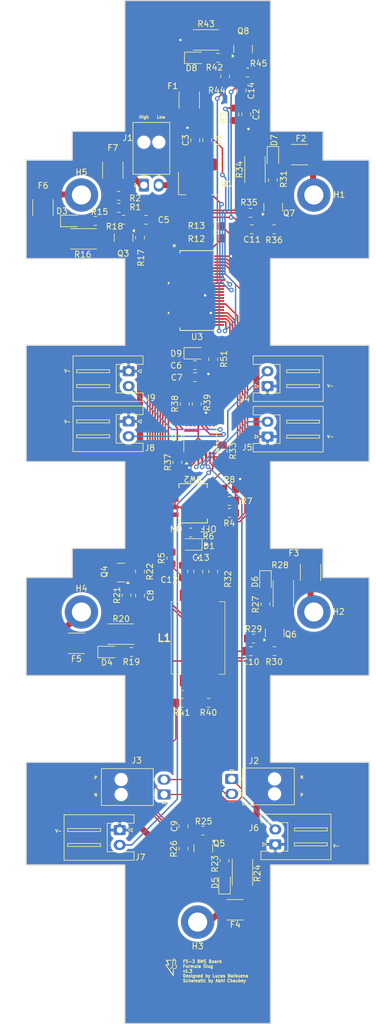
<source format=kicad_pcb>
(kicad_pcb (version 20240108) (generator "pcbnew") (generator_version "8.0")
  (title_block (title "FS-3 Battery Management System Bank Board") (date "2024-10-27") (rev "v1.3"))
  (layers (0 "F.Cu" signal) (31 "B.Cu" signal) (34 "B.Paste" user) (35 "F.Paste" user) (36 "B.SilkS" user "B.Silkscreen") (37 "F.SilkS" user "F.Silkscreen") (38 "B.Mask" user) (39 "F.Mask" user) (44 "Edge.Cuts" user))
  (net 0 "")
  (net 1 "Net-(F3-Pad2)")
  (net 2 "Net-(F4-Pad2)")
  (net 3 "Net-(F5-Pad2)")
  (net 4 "Net-(F6-Pad2)")
  (net 5 "Net-(F2-Pad2)")
  (net 6 "Net-(C1-Pad1)")
  (net 7 "V-")
  (net 8 "/C0")
  (net 9 "VREG")
  (net 10 "/C9-12")
  (net 11 "/C8")
  (net 12 "Net-(U3-VREF2)")
  (net 13 "Net-(U3-VREF1)")
  (net 14 "/C7")
  (net 15 "/C3")
  (net 16 "/C2")
  (net 17 "/C1")
  (net 18 "IsoSPI_N")
  (net 19 "Net-(C12-Pad2)")
  (net 20 "Net-(C13-Pad1)")
  (net 21 "Net-(D1-A)")
  (net 22 "Net-(D3-A)")
  (net 23 "/BB4/B#+1")
  (net 24 "Net-(D4-A)")
  (net 25 "/BB3/B#+1")
  (net 26 "Net-(D5-A)")
  (net 27 "/BB2/B#+1")
  (net 28 "Net-(D6-A)")
  (net 29 "/BB1/B#+1")
  (net 30 "/BB0/B#+1")
  (net 31 "Net-(D7-A)")
  (net 32 "Net-(D8-A)")
  (net 33 "Net-(D9-K)")
  (net 34 "Net-(D9-A)")
  (net 35 "/BB5/B#+1")
  (net 36 "Net-(J1-Pin_1)")
  (net 37 "Net-(J1-Pin_2)")
  (net 38 "/extIsoSPI_N")
  (net 39 "/extIsoSPI_P")
  (net 40 "Net-(J4-Pin_2)")
  (net 41 "Net-(J5-Pin_2)")
  (net 42 "Net-(J6-Pin_2)")
  (net 43 "Net-(J7-Pin_2)")
  (net 44 "Net-(J8-Pin_2)")
  (net 45 "Net-(J9-Pin_2)")
  (net 46 "/DRV")
  (net 47 "Net-(Q3-D)")
  (net 48 "Net-(Q3-G)")
  (net 49 "Net-(Q4-G)")
  (net 50 "Net-(Q4-D)")
  (net 51 "Net-(Q5-G)")
  (net 52 "Net-(Q5-D)")
  (net 53 "Net-(Q6-G)")
  (net 54 "Net-(Q6-D)")
  (net 55 "Net-(Q7-D)")
  (net 56 "Net-(Q7-G)")
  (net 57 "Net-(Q8-G)")
  (net 58 "Net-(Q8-D)")
  (net 59 "/V+")
  (net 60 "A2")
  (net 61 "Net-(R5-Pad2)")
  (net 62 "A1")
  (net 63 "A0")
  (net 64 "ICMP")
  (net 65 "IBIAS")
  (net 66 "/S9")
  (net 67 "/S8")
  (net 68 "/S7")
  (net 69 "/S3")
  (net 70 "IsoSPI_P")
  (net 71 "TEMP")
  (net 72 "/S2")
  (net 73 "MUX_A0")
  (net 74 "MUX_A1")
  (net 75 "MUX_A2")
  (net 76 "Net-(L1-Pad3)")
  (net 77 "Net-(L1-Pad1)")
  (net 78 "/S1")
  (footprint "Capacitor_SMD:C_0805_2012Metric_Pad1.18x1.45mm_HandSolder" (layer "F.Cu") (at 50.9 119.1875 90)
    (property "Reference" "C13")
    (property "Value" "10nF")
  )
  (footprint "Resistor_SMD:R_0805_2012Metric_Pad1.20x1.40mm_HandSolder" (layer "F.Cu") (at 62.15 124.65 90)
    (property "Reference" "R27")
    (property "Value" "120")
  )
  (footprint "Resistor_SMD:R_0805_2012Metric_Pad1.20x1.40mm_HandSolder" (layer "F.Cu") (at 56.13 107.36)
    (property "Reference" "R7")
    (property "Value" "10k")
  )
  (footprint "Package_TO_SOT_SMD:SOT-23" (layer "F.Cu") (at 51.75 165.4875 -90)
    (property "Reference" "Q5")
    (property "Value" "BSS308PE")
  )
  (footprint "MountingHole:MountingHole_3.2mm_M3_DIN965_Pad" (layer "F.Cu") (at 31.3495 56.155)
    (property "Reference" "H5")
    (property "Value" "MountingHole_Pad")
  )
  (footprint "Resistor_SMD:R_0805_2012Metric_Pad1.20x1.40mm_HandSolder" (layer "F.Cu") (at 52.65 141.15 180)
    (property "Reference" "R40")
    (property "Value" "22")
  )
  (footprint "Connector_JST:JST_XH_S2B-XH-A_1x02_P2.50mm_Horizontal" (layer "F.Cu") (at 63.8 164.85 90)
    (property "Reference" "J6")
    (property "Value" "~")
  )
  (footprint "Resistor_SMD:R_2512_6332Metric_Pad1.40x3.35mm_HandSolder" (layer "F.Cu") (at 37.95 129.65)
    (property "Reference" "R20")
    (property "Value" "33")
  )
  (footprint "Capacitor_SMD:C_0805_2012Metric_Pad1.18x1.45mm_HandSolder" (layer "F.Cu") (at 50.4 47 90)
    (property "Reference" "C3")
    (property "Value" "1uF")
  )
  (footprint "LED_SMD:LED_0805_2012Metric_Pad1.15x1.40mm_HandSolder" (layer "F.Cu") (at 35.95 132.65)
    (property "Reference" "D4")
    (property "Value" "LH R974-LP-1")
  )
  (footprint "Resistor_SMD:R_0805_2012Metric_Pad1.20x1.40mm_HandSolder" (layer "F.Cu") (at 54.2 33.2 180)
    (property "Reference" "R42")
    (property "Value" "120")
  )
  (footprint "Capacitor_SMD:C_0805_2012Metric_Pad1.18x1.45mm_HandSolder" (layer "F.Cu") (at 48.435 161.8125 90)
    (property "Reference" "C9")
    (property "Value" "10nF")
  )
  (footprint "Capacitor_SMD:C_0805_2012Metric_Pad1.18x1.45mm_HandSolder" (layer "F.Cu") (at 59.8625 61.9 180)
    (property "Reference" "C11")
    (property "Value" "10nF")
  )
  (footprint "Resistor_SMD:R_0805_2012Metric_Pad1.20x1.40mm_HandSolder" (layer "F.Cu") (at 56.13 109.36)
    (property "Reference" "R4")
    (property "Value" "10k")
  )
  (footprint "LED_SMD:LED_0805_2012Metric_Pad1.15x1.40mm_HandSolder" (layer "F.Cu") (at 50.375 82.65)
    (property "Reference" "D9")
    (property "Value" "LH R974-LP-1")
  )
  (footprint "Fuse:Fuse_1812_4532Metric_Pad1.30x3.40mm_HandSolder" (layer "F.Cu") (at 49.4 40.2625 -90)
    (property "Reference" "F1")
    (property "Value" "Polyfuse")
  )
  (footprint "FS_3_Global_Footprint_Library:SW_A6H-4101_OMR" (layer "F.Cu") (at 50.055 107.765 180)
    (property "Reference" "SW2")
    (property "Value" "A6H-4101")
  )
  (footprint "Resistor_SMD:R_0805_2012Metric_Pad1.20x1.40mm_HandSolder" (layer "F.Cu") (at 37.6 58.3 180)
    (property "Reference" "R1")
    (property "Value" "100")
  )
  (footprint "Fuse:Fuse_1812_4532Metric_Pad1.30x3.40mm_HandSolder" (layer "F.Cu") (at 57.05 175.8 180)
    (property "Reference" "F4")
    (property "Value" "Polyfuse")
  )
  (footprint "Resistor_SMD:R_0805_2012Metric_Pad1.20x1.40mm_HandSolder" (layer "F.Cu") (at 47.4 100.9 -90)
    (property "Reference" "R37")
    (property "Value" "10k")
  )
  (footprint "Connector_JST:JST_XH_S2B-XH-A_1x02_P2.50mm_Horizontal" (layer "F.Cu") (at 39.25 85.65 -90)
    (property "Reference" "J9")
    (property "Value" "~")
  )
  (footprint "Resistor_SMD:R_0805_2012Metric_Pad1.20x1.40mm_HandSolder" (layer "F.Cu") (at 59.15 35.65)
    (property "Reference" "R45")
    (property "Value" "100")
  )
  (footprint "Resistor_SMD:R_0805_2012Metric_Pad1.20x1.40mm_HandSolder" (layer "F.Cu") (at 46.4 116.9375 90)
    (property "Reference" "R5")
    (property "Value" "200")
  )
  (footprint "Capacitor_SMD:C_0805_2012Metric_Pad1.18x1.45mm_HandSolder" (layer "F.Cu") (at 52.4 47 90)
    (property "Reference" "C1")
    (property "Value" "100nF")
  )
  (footprint "Resistor_SMD:R_0805_2012Metric_Pad1.20x1.40mm_HandSolder" (layer "F.Cu") (at 63.6125 61.9)
    (property "Reference" "R36")
    (property "Value" "100")
  )
  (footprint "Resistor_SMD:R_2512_6332Metric_Pad1.40x3.35mm_HandSolder" (layer "F.Cu") (at 58.3 169.55 90)
    (property "Reference" "R24")
    (property "Value" "33")
  )
  (footprint "Resistor_SMD:R_0805_2012Metric_Pad1.20x1.40mm_HandSolder" (layer "F.Cu") (at 63.6475 132.51)
    (property "Reference" "R30")
    (property "Value" "100")
  )
  (footprint "Resistor_SMD:R_0805_2012Metric_Pad1.20x1.40mm_HandSolder" (layer "F.Cu") (at 55.3 167.55 -90)
    (property "Reference" "R23")
    (property "Value" "120")
  )
  (footprint "Resistor_SMD:R_0805_2012Metric_Pad1.20x1.40mm_HandSolder" (layer "F.Cu") (at 51.7 162.55)
    (property "Reference" "R25")
    (property "Value" "3.3k")
  )
  (footprint "Resistor_SMD:R_0805_2012Metric_Pad1.20x1.40mm_HandSolder" (layer "F.Cu") (at 41.15 63.3 90)
    (property "Reference" "R17")
    (property "Value" "3.3k")
  )
  (footprint "Resistor_SMD:R_2512_6332Metric_Pad1.40x3.35mm_HandSolder" (layer "F.Cu") (at 65.15 122.9 -90)
    (property "Reference" "R28")
    (property "Value" "33")
  )
  (footprint "Resistor_SMD:R_0805_2012Metric_Pad1.20x1.40mm_HandSolder" (layer "F.Cu") (at 37.6 56.3 180)
    (property "Reference" "R2")
    (property "Value" "100")
  )
  (footprint "Package_TO_SOT_SMD:SOT-23" (layer "F.Cu") (at 37.9625 119.35 180)
    (property "Reference" "Q4")
    (property "Value" "BSS308PE")
  )
  (footprint "LED_SMD:LED_0805_2012Metric_Pad1.15x1.40mm_HandSolder" (layer "F.Cu") (at 50.45 33.2)
    (property "Reference" "D8")
    (property "Value" "LH R974-LP-1")
  )
  (footprint "Capacitor_SMD:C_0805_2012Metric_Pad1.18x1.45mm_HandSolder" (layer "F.Cu") (at 48.4 119.1875 90)
    (property "Reference" "C12")
    (property "Value" "15pF")
  )
  (footprint "Fuse:Fuse_1812_4532Metric_Pad1.30x3.40mm_HandSolder" (layer "F.Cu") (at 24.9 58.3 90)
    (property "Reference" "F6")
    (property "Value" "Polyfuse")
  )
  (footprint "Capacitor_SMD:C_0805_2012Metric_Pad1.18x1.45mm_HandSolder" (layer "F.Cu") (at 56.94 42.65 -90)
    (property "Reference" "R3")
    (property "Value" "100")
  )
  (footprint "Resistor_SMD:R_2512_6332Metric_Pad1.40x3.35mm_HandSolder" (layer "F.Cu") (at 52.2 30.2)
    (property "Reference" "R43")
    (property "Value" "33")
  )
  (footprint "LED_SMD:LED_0805_2012Metric_Pad1.15x1.40mm_HandSolder" (layer "F.Cu") (at 29.7 60.5)
    (property "Reference" "D3")
    (property "Value" "LH R974-LP-1")
  )
  (footprint "Fuse:Fuse_1812_4532Metric_Pad1.30x3.40mm_HandSolder" (layer "F.Cu") (at 36.6 52 90)
    (property "Reference" "F7")
    (property "Value" "Polyfuse")
  )
  (footprint "Capacitor_SMD:C_0805_2012Metric_Pad1.18x1.45mm_HandSolder" (layer "F.Cu") (at 50.35 84.65 180)
    (property "Reference" "C6")
    (property "Value" "1uF")
  )
  (footprint "LED_SMD:LED_0805_2012Metric_Pad1.15x1.40mm_HandSolder" (layer "F.Cu") (at 55.3 171.3 90)
    (property "Reference" "D5")
    (property "Value" "LH R974-LP-1")
  )
  (footprint "FS_3_Global_Footprint_Library:FORMULA SLUG" (layer "F.Cu") (at 49.53 185.42)
    (property "Reference" "G***" (hide yes))
    (property "Value" "LOGO" (hide yes))
  )
  (footprint "Resistor_SMD:R_0805_2012Metric_Pad1.20x1.40mm_HandSolder" (layer "F.Cu") (at 53.4 119.1875 90)
    (property "Reference" "R32")
    (property "Value" "402")
  )
  (footprint "Capacitor_SMD:C_0805_2012Metric_Pad1.18x1.45mm_HandSolder" (layer "F.Cu") (at 58.94 42.65 -90)
    (property "Reference" "C2")
    (property "Value" "10nF")
  )
  (footprint "Capacitor_SMD:C_0805_2012Metric_Pad1.18x1.45mm_HandSolder" (layer "F.Cu") (at 41.15 123.1875 -90)
    (property "Reference" "C8")
    (property "Value" "10nF")
  )
  (footprint "Resistor_SMD:R_0805_2012Metric_Pad1.20x1.40mm_HandSolder" (layer "F.Cu") (at 60.15 130.4)
    (property "Reference" "R29")
    (property "Value" "3.3k")
  )
  (footprint "Capacitor_SMD:C_0805_2012Metric_Pad1.18x1.45mm_HandSolder" (layer "F.Cu") (at 50.35 86.65 180)
    (property "Reference" "C7")
    (property "Value" "1uF")
  )
  (footprint "Resistor_SMD:R_0805_2012Metric_Pad1.20x1.40mm_HandSolder" (layer "F.Cu") (at 48.45 165.55 -90)
    (property "Reference" "R26")
    (property "Value" "100")
  )
  (footprint "LED_SMD:LED_0805_2012Metric_Pad1.15x1.40mm_HandSolder" (layer "F.Cu") (at 63.4 49.9 -90)
    (property "Reference" "D7")
    (property "Value" "LH R974-LP-1")
  )
  (footprint "Fuse:Fuse_1812_4532Metric_Pad1.30x3.40mm_HandSolder" (layer "F.Cu") (at 30.5 131.2 180)
    (property "Reference" "F5")
    (property "Value" "Polyfuse")
  )
  (footprint "Resistor_SMD:R_0805_2012Metric_Pad1.20x1.40mm_HandSolder" (layer "F.Cu") (at 48.15 141.15)
    (property "Reference" "R41")
    (property "Value" "22")
  )
  (footprint "Package_SO:TSSOP-16_4.4x5mm_P0.65mm" (layer "F.Cu") (at 51.225 97.0125 90)
    (property "Reference" "U2")
    (property "Value" "ADG708")
  )
  (footprint "Resistor_SMD:R_0805_2012Metric_Pad1.20x1.40mm_HandSolder" (layer "F.Cu") (at 59.65 59.15)
    (property "Reference" "R35")
    (property "Value" "3.3k")
  )
  (footprint "Resistor_SMD:R_0805_2012Metric_Pad1.20x1.40mm_HandSolder" (layer "F.Cu") (at 38.9 123.15 90)
    (property "Reference" "R21")
    (property "Value" "3.3k")
  )
  (footprint "LED_SMD:LED_0805_2012Metric_Pad1.15x1.40mm_HandSolder" (layer "F.Cu") (at 62.15 120.9 -90)
    (property "Reference" "D6")
    (property "Value" "LH R974-LP-1")
  )
  (footprint "Fuse:Fuse_1812_4532Metric_Pad1.30x3.40mm_HandSolder" (layer "F.Cu") (at 67.9 49.4)
    (property "Reference" "F2")
    (property "Value" "Polyfuse")
  )
  (footprint "Connector_Molex:Molex_Nano-Fit_105313-xx02_1x02_P2.50mm_Horizontal" (layer "F.Cu") (at 41.8 54.5 90)
    (property "Reference" "J1")
    (property "Value" "Conn_01x02_Pin")
  )
  (footprint "Resistor_SMD:R_0805_2012Metric_Pad1.20x1.40mm_HandSolder" (layer "F.Cu") (at 33.675 60.5 180)
    (property "Reference" "R15")
    (property "Value" "120")
  )
  (footprint "Resistor_SMD:R_0805_2012Metric_Pad1.20x1.40mm_HandSolder" (layer "F.Cu") (at 38.4 60.3 180)
    (property "Reference" "R18")
    (property "Value" "100")
  )
  (footprint "Resistor_SMD:R_0805_2012Metric_Pad1.20x1.40mm_HandSolder" (layer "F.Cu") (at 56.13 105.36)
    (property "Reference" "R8")
    (property "Value" "10k")
  )
  (footprint "Resistor_SMD:R_0805_2012Metric_Pad1.20x1.40mm_HandSolder" (layer "F.Cu") (at 53.9 63.4)
    (property "Reference" "R12")
    (property "Value" "1.5k")
  )
  (footprint "Package_TO_SOT_SMD:SOT-223" (layer "F.Cu") (at 51 54.2 -90)
    (property "Reference" "Q1")
    (property "Value" "NSV1C201MZ4")
  )
  (footprint "Capacitor_SMD:C_0805_2012Metric_Pad1.18x1.45mm_HandSolder" (layer "F.Cu") (at 58.15 38.65 -90)
    (property "Reference" "C14")
    (property "Value" "10nF")
  )
  (footprint "LED_SMD:LED_0805_2012Metric_Pad1.15x1.40mm_HandSolder" (layer "F.Cu") (at 49.675 114.65 180)
    (property "Reference" "D1")
    (property "Value" "LH R974-LP-1")
  )
  (footprint "FS_3_Global_Footprint_Library:LTC6811-2" (layer "F.Cu") (at 50.7678 72.150001)
    (property "Reference" "U3")
    (property "Value" "LTC6811IG-2-TRPBF")
  )
  (footprint "Package_TO_SOT_SMD:SOT-23" (layer "F.Cu") (at 63.45 58.2125 90)
    (property "Reference" "Q7")
    (property "Value" "BSS308PE")
  )
  (footprint "Capacitor_SMD:C_0805_2012Metric_Pad1.18x1.45mm_HandSolder" (layer "F.Cu") (at 42.15 60.3)
    (property "Reference" "C5")
    (property "Value" "10nF")
  )
  (footprint "Resistor_SMD:R_0805_2012Metric_Pad1.20x1.40mm_HandSolder" (layer "F.Cu") (at 39.7 132.65 180)
    (property "Reference" "R19")
    (property "Value" "120")
  )
  (footprint "Connector_JST:JST_XH_S2B-XH-A_1x02_P2.50mm_Horizontal" (layer "F.Cu") (at 62.5 96.6 90)
    (property "Reference" "J5")
    (property "Value" "~")
  )
  (footprint "Capacitor_SMD:C_0805_2012Metric_Pad1.18x1.45mm_HandSolder" (layer "F.Cu") (at 59.7125 132.525 180)
    (property "Reference" "C10")
    (property "Value" "10nF")
  )
  (footprint "Connector_JST:JST_XH_S2B-XH-A_1x02_P2.50mm_Horizontal" (layer "F.Cu") (at 39.25 94.05 -90)
    (property "Reference" "J8")
    (property "Value" "~")
  )
  (footprint "Resistor_SMD:R_0805_2012Metric_Pad1.20x1.40mm_HandSolder" (layer "F.Cu") (at 53.9 61.4 180)
    (property "Reference" "R13")
    (property "Value" "680")
  )
  (footprint "MountingHole:MountingHole_3.2mm_M3_DIN965_Pad" (layer "F.Cu") (at 70.2505 56.155)
    (property "Reference" "H1")
    (property "Value" "MountingHole_Pad")
  )
  (footprint "Resistor_SMD:R_0805_2012Metric_Pad1.20x1.40mm_HandSolder" (layer "F.Cu") (at 55.4 36.3 90)
    (property "Reference" "R44")
    (property "Value" "3.3k")
  )
  (footprint "Fuse:Fuse_1812_4532Metric_Pad1.30x3.40mm_HandSolder" (layer "F.Cu") (at 69.7 119.3 -90)
    (property "Reference" "F3")
    (property "Value" "Polyfuse")
  )
  (footprint "Connector_JST:JST_XH_S2B-XH-A_1x02_P2.50mm_Horizontal" (layer "F.Cu") (at 37.75 162.45 -90)
    (property "Reference" "J7")
    (property "Value" "~")
  )
  (footprint "Package_TO_SOT_SMD:SOT-23" (layer "F.Cu") (at 63.7 129.4625 90)
    (property "Reference" "Q6")
    (property "Value" "BSS308PE")
  )
  (footprint "Resistor_SMD:R_0805_2012Metric_Pad1.20x1.40mm_HandSolder" (layer "F.Cu") (at 48.65 91.15 90)
    (property "Reference" "R38")
    (property "Value" "10k")
  )
  (footprint "Connector_Molex:Molex_Nano-Fit_105313-xx02_1x02_P2.50mm_Horizontal" (layer "F.Cu") (at 56.5 153.9)
    (property "Reference" "J2")
    (property "Value" "IsoSPI")
  )
  (footprint "FS_3_Global_Footprint_Library:HM2113ZNLT" (layer "F.Cu") (at 50.86 130.295)
    (property "Reference" "L1")
    (property "Value" "HM2113ZNL" (hide yes))
  )
  (footprint "Resistor_SMD:R_2512_6332Metric_Pad1.40x3.35mm_HandSolder" (layer "F.Cu") (at 60.4 51.9 -90)
    (property "Reference" "R34")
    (property "Value" "33")
  )
  (footprint "MountingHole:MountingHole_3.2mm_M3_DIN965_Pad" (layer "F.Cu") (at 70.2505 125.955)
    (property "Reference" "H2")
    (property "Value" "MountingHole_Pad")
  )
  (footprint "Resistor_SMD:R_2512_6332Metric_Pad1.40x3.35mm_HandSolder" (layer "F.Cu") (at 31.7 63.5)
    (property "Reference" "R16")
    (property "Value" "33")
  )
  (footprint "MountingHole:MountingHole_3.2mm_M3_DIN965_Pad" (layer "F.Cu") (at 50.7995 177.855)
    (property "Reference" "H3")
    (property "Value" "MountingHole_Pad")
  )
  (footprint "Resistor_SMD:R_0805_2012Metric_Pad1.20x1.40mm_HandSolder" (layer "F.Cu") (at 41.15 119.1875 90)
    (property "Reference" "R22")
    (property "Value" "100")
  )
  (footprint "Resistor_SMD:R_0805_2012Metric_Pad1.20x1.40mm_HandSolder" (layer "F.Cu") (at 63.4 53.65 90)
    (property "Reference" "R31")
    (property "Value" "120")
  )
  (footprint "Resistor_SMD:R_0805_2012Metric_Pad1.20x1.40mm_HandSolder" (layer "F.Cu") (at 54.975 99.0125 90)
    (property "Reference" "R33")
    (property "Value" "2.2k")
  )
  (footprint "MountingHole:MountingHole_3.2mm_M3_DIN965_Pad" (layer "F.Cu") (at 31.3495 125.955)
    (property "Reference" "H4")
    (property "Value" "MountingHole_Pad")
  )
  (footprint "Resistor_SMD:R_0805_2012Metric_Pad1.20x1.40mm_HandSolder" (layer "F.Cu") (at 49.65 112.65)
    (property "Reference" "R6")
    (property "Value" "160")
  )
  (footprint "Package_TO_SOT_SMD:SOT-23" (layer "F.Cu") (at 38.4 63.3 -90)
    (property "Reference" "Q3")
    (property "Value" "BSS308PE")
  )
  (footprint "Connector_JST:JST_XH_S2B-XH-A_1x02_P2.50mm_Horizontal" (layer "F.Cu") (at 62.5 88.15 90)
    (property "Reference" "J4")
    (property "Value" "~")
  )
  (footprint "Package_TO_SOT_SMD:SOT-23" (layer "F.Cu") (at 58.4 31.7125 90)
    (property "Reference" "Q8")
    (property "Value" "BSS308PE")
  )
  (footprint "Resistor_SMD:R_0805_2012Metric_Pad1.20x1.40mm_HandSolder" (layer "F.Cu") (at 53.4 83.65 -90)
    (property "Reference" "R51")
    (property "Value" "160")
  )
  (footprint "Resistor_SMD:R_0805_2012Metric_Pad1.20x1.40mm_HandSolder" (layer "F.Cu") (at 50.65 91.15 90)
    (property "Reference" "R39")
    (property "Value" "10k")
  )
  (footprint "Connector_Molex:Molex_Nano-Fit_105313-xx02_1x02_P2.50mm_Horizontal" (layer "F.Cu") (at 45.18 156.5 180)
    (property "Reference" "J3")
    (property "Value" "IsoSPI")
  )
  (gr_line (start 62.989903 151.1131) (end 62.989903 136.5891) (stroke (width 0.2)) (layer "Edge.Cuts"))
  (gr_line (start 71.790163 115.313095) (end 62.989903 115.313095) (stroke (width 0.2)) (layer "Edge.Cuts"))
  (gr_line (start 29.812883 115.313095) (end 29.812883 120.190197) (stroke (width 0.2)) (layer "Edge.Cuts"))
  (gr_line (start 38.613143 151.1131) (end 22.091143 151.1131) (stroke (width 0.2)) (layer "Edge.Cuts"))
  (gr_line (start 38.613143 81.3131) (end 38.613143 66.7891) (stroke (width 0.2)) (layer "Edge.Cuts"))
  (gr_line (start 62.989903 115.313095) (end 62.989903 100.789095) (stroke (width 0.2)) (layer "Edge.Cuts"))
  (gr_line (start 22.091143 120.190197) (end 22.091143 136.5891) (stroke (width 0.2)) (layer "Edge.Cuts"))
  (gr_line (start 79.511903 136.5891) (end 62.989903 136.5891) (stroke (width 0.2)) (layer "Edge.Cuts"))
  (gr_line (start 22.091143 50.314136) (end 29.812883 50.314136) (stroke (width 0.2)) (layer "Edge.Cuts"))
  (gr_line (start 62.989903 194.839095) (end 62.989903 168.294241) (stroke (width 0.2)) (layer "Edge.Cuts"))
  (gr_line (start 79.511903 81.3131) (end 79.511903 100.789095) (stroke (width 0.2)) (layer "Edge.Cuts"))
  (gr_line (start 79.511903 120.190197) (end 71.790163 120.190197) (stroke (width 0.2)) (layer "Edge.Cuts"))
  (gr_line (start 29.812883 45.513095) (end 38.613143 45.513095) (stroke (width 0.2)) (layer "Edge.Cuts"))
  (gr_line (start 79.511903 66.7891) (end 62.989903 66.7891) (stroke (width 0.2)) (layer "Edge.Cuts"))
  (gr_line (start 79.511903 168.294241) (end 79.511903 151.1131) (stroke (width 0.2)) (layer "Edge.Cuts"))
  (gr_line (start 79.511903 50.314136) (end 71.790163 50.314136) (stroke (width 0.2)) (layer "Edge.Cuts"))
  (gr_line (start 62.989903 45.513095) (end 62.989903 23.617683) (stroke (width 0.2)) (layer "Edge.Cuts"))
  (gr_line (start 38.613143 45.513095) (end 38.613143 23.617683) (stroke (width 0.2)) (layer "Edge.Cuts"))
  (gr_line (start 22.091143 100.789095) (end 38.613143 100.789095) (stroke (width 0.2)) (layer "Edge.Cuts"))
  (gr_line (start 22.091143 81.3131) (end 38.613143 81.3131) (stroke (width 0.2)) (layer "Edge.Cuts"))
  (gr_line (start 71.790163 45.513095) (end 71.790163 50.314136) (stroke (width 0.2)) (layer "Edge.Cuts"))
  (gr_line (start 62.989903 194.839095) (end 38.613143 194.839095) (stroke (width 0.2)) (layer "Edge.Cuts"))
  (gr_line (start 71.790163 115.313095) (end 71.790163 120.190197) (stroke (width 0.2)) (layer "Edge.Cuts"))
  (gr_line (start 29.812883 45.513095) (end 29.812883 50.314136) (stroke (width 0.2)) (layer "Edge.Cuts"))
  (gr_line (start 62.989903 81.3131) (end 62.989903 66.7891) (stroke (width 0.2)) (layer "Edge.Cuts"))
  (gr_line (start 79.511903 66.7891) (end 79.511903 50.314136) (stroke (width 0.2)) (layer "Edge.Cuts"))
  (gr_line (start 38.613143 168.294241) (end 22.091143 168.294241) (stroke (width 0.2)) (layer "Edge.Cuts"))
  (gr_line (start 22.091143 66.7891) (end 38.613143 66.7891) (stroke (width 0.2)) (layer "Edge.Cuts"))
  (gr_line (start 22.091143 136.5891) (end 38.613143 136.5891) (stroke (width 0.2)) (layer "Edge.Cuts"))
  (gr_line (start 22.091143 120.190197) (end 29.812883 120.190197) (stroke (width 0.2)) (layer "Edge.Cuts"))
  (gr_line (start 22.091143 168.294241) (end 22.091143 151.1131) (stroke (width 0.2)) (layer "Edge.Cuts"))
  (gr_line (start 71.790163 45.513095) (end 62.989903 45.513095) (stroke (width 0.2)) (layer "Edge.Cuts"))
  (gr_line (start 62.989903 100.789095) (end 79.511903 100.789095) (stroke (width 0.2)) (layer "Edge.Cuts"))
  (gr_line (start 22.091143 66.7891) (end 22.091143 50.314136) (stroke (width 0.2)) (layer "Edge.Cuts"))
  (gr_line (start 62.989903 151.1131) (end 79.511903 151.1131) (stroke (width 0.2)) (layer "Edge.Cuts"))
  (gr_line (start 38.613143 151.1131) (end 38.613143 136.5891) (stroke (width 0.2)) (layer "Edge.Cuts"))
  (gr_line (start 22.091143 100.789095) (end 22.091143 81.3131) (stroke (width 0.2)) (layer "Edge.Cuts"))
  (gr_line (start 38.613143 115.313095) (end 38.613143 100.789095) (stroke (width 0.2)) (layer "Edge.Cuts"))
  (gr_line (start 79.511903 81.3131) (end 62.989903 81.3131) (stroke (width 0.2)) (layer "Edge.Cuts"))
  (gr_line (start 62.989903 23.617683) (end 38.613143 23.617683) (stroke (width 0.2)) (layer "Edge.Cuts"))
  (gr_line (start 38.613143 194.839095) (end 38.613143 168.294241) (stroke (width 0.2)) (layer "Edge.Cuts"))
  (gr_line (start 29.812883 115.313095) (end 38.613143 115.313095) (stroke (width 0.2)) (layer "Edge.Cuts"))
  (gr_line (start 79.511903 120.190197) (end 79.511903 136.5891) (stroke (width 0.2)) (layer "Edge.Cuts"))
  (gr_line (start 62.989903 168.294241) (end 79.511903 168.294241) (stroke (width 0.2)) (layer "Edge.Cuts"))
  (gr_text "Low" (at 43.9 43.4 0) (layer "F.SilkS") (effects (font (size 0.5 0.5) (thickness 0.125) (bold yes)) (justify left bottom)))
  (gr_text "V-" (at 26.9 162.9 0) (layer "F.SilkS") (effects (font (size 0.5 0.5) (thickness 0.125) (bold yes)) (justify left bottom)))
  (gr_text "V-" (at 73.4 165.4 0) (layer "F.SilkS") (effects (font (size 0.5 0.5) (thickness 0.125) (bold yes)) (justify left bottom)))
  (gr_text "N" (at 33.4 156.86 0) (layer "F.SilkS") (effects (font (size 0.5 0.5) (thickness 0.125) (bold yes)) (justify left bottom)))
  (gr_text "V-" (at 28.4 85.9 0) (layer "F.SilkS") (effects (font (size 0.5 0.5) (thickness 0.125) (bold yes)) (justify left bottom)))
  (gr_text "High" (at 40.9 43.4 0) (layer "F.SilkS") (effects (font (size 0.5 0.5) (thickness 0.125) (bold yes)) (justify left bottom)))
  (gr_text "V-" (at 28.4 94.4 0) (layer "F.SilkS") (effects (font (size 0.5 0.5) (thickness 0.125) (bold yes)) (justify left bottom)))
  (gr_text "V-" (at 72.4 88.4 0) (layer "F.SilkS") (effects (font (size 0.5 0.5) (thickness 0.125) (bold yes)) (justify left bottom)))
  (gr_text "N" (at 67.9 153.9 0) (layer "F.SilkS") (effects (font (size 0.5 0.5) (thickness 0.125) (bold yes)) (justify left bottom)))
  (gr_text "P" (at 67.9 156.9 0) (layer "F.SilkS") (effects (font (size 0.5 0.5) (thickness 0.125) (bold yes)) (justify left bottom)))
  (gr_text "FS-3 BMS Board\nFormula Slug\n${REVISION}\nDesigned by Lucas Balbuena\nSchematic by Abhi Chaubey" (at 48.26 187.96 0) (layer "F.SilkS") (effects (font (size 0.5 0.5) (thickness 0.125) (bold yes)) (justify left bottom)))
  (gr_text "P" (at 33.4 154 0) (layer "F.SilkS") (effects (font (size 0.5 0.5) (thickness 0.125) (bold yes)) (justify left bottom)))
  (gr_text "V-" (at 72.4 96.9 0) (layer "F.SilkS") (effects (font (size 0.5 0.5) (thickness 0.125) (bold yes)) (justify left bottom)))
  (segment (start 69.7 125.4045) (end 69.7 121.525) (width 1) (layer "F.Cu") (net 1))
  (segment (start 70.2505 125.955) (end 69.7 125.4045) (width 1) (layer "F.Cu") (net 1))
  (segment (start 52.77 177.855) (end 54.825 175.8) (width 1) (layer "F.Cu") (net 2))
  (segment (start 50.7995 177.855) (end 52.77 177.855) (width 1) (layer "F.Cu") (net 2))
  (segment (start 28.275 129.0295) (end 28.275 131.2) (width 1) (layer "F.Cu") (net 3))
  (segment (start 31.3495 125.955) (end 28.275 129.0295) (width 1) (layer "F.Cu") (net 3))
  (segment (start 24.9 56.075) (end 31.2695 56.075) (width 1) (layer "F.Cu") (net 4))
  (segment (start 31.2695 56.075) (end 31.3495 56.155) (width 1) (layer "F.Cu") (net 4))
  (segment (start 70.125 56.0295) (end 70.2505 56.155) (width 1) (layer "F.Cu") (net 5))
  (segment (start 70.125 49.4) (end 70.125 56.0295) (width 1) (layer "F.Cu") (net 5))
  (segment (start 50.975 55.075) (end 51 55.1) (width 0.25) (layer "F.Cu") (net 6))
  (segment (start 51 49.4375) (end 52.4 48.0375) (width 0.25) (layer "F.Cu") (net 6))
  (segment (start 51 55.1) (end 51 56.3) (width 0.25) (layer "F.Cu") (net 6))
  (segment (start 51 51.05) (end 51 55.1) (width 0.25) (layer "F.Cu") (net 6))
  (segment (start 51 56.3) (end 51 57.35) (width 0.25) (layer "F.Cu") (net 6))
  (segment (start 38.6 56.3) (end 51 56.3) (width 0.25) (layer "F.Cu") (net 6))
  (segment (start 51 51.05) (end 51 49.4375) (width 0.25) (layer "F.Cu") (net 6))
  (segment (start 56.4 62.9) (end 56.4 66.4) (width 0.25) (layer "F.Cu") (net 7))
  (segment (start 52.612589 72.400001) (end 52.056295 72.956295) (width 0.25) (layer "F.Cu") (net 7))
  (segment (start 58.94 43.6875) (end 56.94 43.6875) (width 0.25) (layer "F.Cu") (net 7))
  (segment (start 50.25 100.95641) (end 49.403205 101.803205) (width 0.25) (layer "F.Cu") (net 7))
  (segment (start 50.7 114.65) (end 52.15 114.65) (width 0.25) (layer "F.Cu") (net 7))
  (segment (start 57.13 107.36) (end 57.13 105.36) (width 0.25) (layer "F.Cu") (net 7))
  (segment (start 50.25 93.412501) (end 50.609701 93.0528) (width 0.25) (layer "F.Cu") (net 7))
  (segment (start 57.13 105.36) (end 57.13 104.47) (width 0.25) (layer "F.Cu") (net 7))
  (segment (start 54.4 66.4) (end 56.4 66.4) (width 0.25) (layer "F.Cu") (net 7))
  (segment (start 50.1625 45.9625) (end 49.1 44.9) (width 0.25) (layer "F.Cu") (net 7))
  (segment (start 58.94 43.6875) (end 58.9875 43.6875) (width 0.25) (layer "F.Cu") (net 7))
  (segment (start 51.3875 86.65) (end 52.05 86.65) (width 0.25) (layer "F.Cu") (net 7))
  (segment (start 59.4 45) (end 59.3 45.1) (width 0.25) (layer "F.Cu") (net 7))
  (segment (start 52.05 86.65) (end 52.6 86.1) (width 0.25) (layer "F.Cu") (net 7))
  (segment (start 49.15 30.2) (end 47.9 30.2) (width 1) (layer "F.Cu") (net 7))
  (segment (start 54.4 75.4) (end 53.316501 75.4) (width 0.25) (layer "F.Cu") (net 7))
  (segment (start 54.9 61.4) (end 56.4 62.9) (width 0.25) (layer "F.Cu") (net 7))
  (segment (start 51.7472 93.0528) (end 52.2 92.6) (width 0.25) (layer "F.Cu") (net 7))
  (segment (start 49.4 33.225) (end 49.425 33.2) (width 1) (layer "F.Cu") (net 7))
  (segment (start 57.13 109.36) (end 57.13 107.36) (width 0.25) (layer "F.Cu") (net 7))
  (segment (start 58.9875 43.6875) (end 59.4 44.1) (width 0.25) (layer "F.Cu") (net 7))
  (segment (start 53.316501 75.4) (end 52.996698 75.719803) (width 0.25) (layer "F.Cu") (net 7))
  (segment (start 50.9 118.15) (end 50.9 116.9) (width 0.25) (layer "F.Cu") (net 7))
  (segment (start 54.4 74.900001) (end 54.4 75.4) (width 0.25) (layer "F.Cu") (net 7))
  (segment (start 50.25 94.15) (end 50.25 93.412501) (width 0.25) (layer "F.Cu") (net 7))
  (segment (start 50.609701 93.0528) (end 51.7472 93.0528) (width 0.25) (layer "F.Cu") (net 7))
  (segment (start 49.425 33.2) (end 49.425 30.475) (width 1) (layer "F.Cu") (net 7))
  (segment (start 50.4 45.9625) (end 50.1625 45.9625) (width 0.25) (layer "F.Cu") (net 7))
  (segment (start 49.4 38.0375) (end 49.4 33.225) (width 1) (layer "F.Cu") (net 7))
  (segment (start 50.4 45.9625) (end 52.4 45.9625) (width 0.25) (layer "F.Cu") (net 7))
  (segment (start 50.25 99.875) (end 50.25 100.95641) (width 0.25) (layer "F.Cu") (net 7))
  (segment (start 51.3875 84.65) (end 51.3875 86.65) (width 0.25) (layer "F.Cu") (net 7))
  (segment (start 57.13 104.47) (end 57.9 103.7) (width 0.25) (layer "F.Cu") (net 7))
  (segment (start 49.425 30.475) (end 49.15 30.2) (width 1) (layer "F.Cu") (net 7))
  (segment (start 59.4 44.1) (end 59.4 45) (width 0.25) (layer "F.Cu") (net 7))
  (segment (start 52.996698 75.719803) (end 52.996698 75.9) (width 0.25) (layer "F.Cu") (net 7))
  (segment (start 54.4 72.400001) (end 52.612589 72.400001) (width 0.25) (layer "F.Cu") (net 7))
  (segment (start 52.15 114.65) (end 52.2 114.7) (width 0.25) (layer "F.Cu") (net 7))
  (via (at 49.1 44.9) (size 0.8) (drill 0.4) (layers "F.Cu" "B.Cu") (net 7))
  (via (at 57.9 103.7) (size 0.8) (drill 0.4) (layers "F.Cu" "B.Cu") (net 7))
  (via (at 56.4 66.4) (size 0.8) (drill 0.4) (layers "F.Cu" "B.Cu") (net 7))
  (via (at 47.9 30.2) (size 0.8) (drill 0.4) (layers "F.Cu" "B.Cu") (net 7))
  (via (at 52.2 92.6) (size 0.8) (drill 0.4) (layers "F.Cu" "B.Cu") (net 7))
  (via (at 52.056295 72.956295) (size 0.8) (drill 0.4) (layers "F.Cu" "B.Cu") (net 7))
  (via (at 52.996698 75.9) (size 0.8) (drill 0.4) (layers "F.Cu" "B.Cu") (net 7))
  (via (at 59.3 45.1) (size 0.8) (drill 0.4) (layers "F.Cu" "B.Cu") (net 7))
  (via (at 52.2 114.7) (size 0.8) (drill 0.4) (layers "F.Cu" "B.Cu") (net 7))
  (via (at 49.403205 101.803205) (size 0.8) (drill 0.4) (layers "F.Cu" "B.Cu") (net 7))
  (via (at 52.6 86.1) (size 0.8) (drill 0.4) (layers "F.Cu" "B.Cu") (net 7))
  (via (at 50.9 116.9) (size 0.8) (drill 0.4) (layers "F.Cu" "B.Cu") (net 7))
  (segment (start 56.94 41.6125) (end 57.36 41.6125) (width 0.25) (layer "F.Cu") (net 8))
  (segment (start 55.5283 78.749503) (end 55.377803 78.9) (width 0.25) (layer "F.Cu") (net 8))
  (segment (start 57.36 41.6125) (end 58.15 40.8225) (width 0.25) (layer "F.Cu") (net 8))
  (segment (start 58.15 39.6875) (end 58.15 40.8225) (width 0.25) (layer "F.Cu") (net 8))
  (segment (start 58.15 40.8225) (end 58.94 41.6125) (width 0.25) (layer "F.Cu") (net 8))
  (segment (start 55.5283 77.4448) (end 55.5283 78.749503) (width 0.25) (layer "F.Cu") (net 8))
  (segment (start 55.483501 77.400001) (end 55.5283 77.4448) (width 0.25) (layer "F.Cu") (net 8))
  (segment (start 56.94 41.6125) (end 55.573443 41.6125) (width 0.25) (layer "F.Cu") (net 8))
  (segment (start 54.4 77.400001) (end 55.483501 77.400001) (width 0.25) (layer "F.Cu") (net 8))
  (segment (start 55.573443 41.6125) (end 55.445314 41.740629) (width 0.25) (layer "F.Cu") (net 8))
  (via (at 55.377803 78.9) (size 0.8) (drill 0.4) (layers "F.Cu" "B.Cu") (net 8))
  (via (at 55.445314 41.740629) (size 0.8) (drill 0.4) (layers "F.Cu" "B.Cu") (net 8))
  (segment (start 55.377803 69.308947) (end 57.15 71.081144) (width 0.25) (layer "B.Cu") (net 8))
  (segment (start 57.15 77.127803) (end 55.377803 78.9) (width 0.25) (layer "B.Cu") (net 8))
  (segment (start 57.15 71.081144) (end 57.15 77.127803) (width 0.25) (layer "B.Cu") (net 8))
  (segment (start 55.377803 59.244397) (end 55.377803 69.308947) (width 0.25) (layer "B.Cu") (net 8))
  (segment (start 55.445314 41.740629) (end 55.9722 42.267515) (width 0.25) (layer "B.Cu") (net 8))
  (segment (start 55.9722 42.267515) (end 55.9722 58.65) (width 0.25) (layer "B.Cu") (net 8))
  (segment (start 55.9722 58.65) (end 55.377803 59.244397) (width 0.25) (layer "B.Cu") (net 8))
  (segment (start 50.4 77.939246) (end 50.4 73.61868) (width 0.25) (layer "F.Cu") (net 9))
  (segment (start 50.4 73.61868) (end 52.16348 71.8552) (width 0.25) (layer "F.Cu") (net 9))
  (segment (start 46.98 102.82) (end 46.98 105.86) (width 0.25) (layer "F.Cu") (net 9))
  (segment (start 53.6 47) (end 54.950003 48.350003) (width 0.25) (layer "F.Cu") (net 9))
  (segment (start 52.16348 71.8552) (end 53.2717 71.8552) (width 0.25) (layer "F.Cu") (net 9))
  (segment (start 53.316501 71.900001) (end 54.4 71.900001) (width 0.25) (layer "F.Cu") (net 9))
  (segment (start 48.65 90.15) (end 47.6472 91.1528) (width 0.25) (layer "F.Cu") (net 9))
  (segment (start 51.4375 47) (end 53.6 47) (width 0.25) (layer "F.Cu") (net 9))
  (segment (start 50.65 112.65) (end 50.65 111.195) (width 0.25) (layer "F.Cu") (net 9))
  (segment (start 48.7 49.7375) (end 50.4 48.0375) (width 0.25) (layer "F.Cu") (net 9))
  (segment (start 47.6472 91.1528) (end 47.6472 94.6472) (width 0.25) (layer "F.Cu") (net 9))
  (segment (start 53.2717 70.444801) (end 53.2717 71.8552) (width 0.25) (layer "F.Cu") (net 9))
  (segment (start 47.6472 94.6472) (end 48.65 95.65) (width 0.25) (layer "F.Cu") (net 9))
  (segment (start 48.312499 101.9) (end 49.6 100.612499) (width 0.25) (layer "F.Cu") (net 9))
  (segment (start 46.98 107.13) (end 46.98 105.86) (width 0.25) (layer "F.Cu") (net 9))
  (segment (start 50.9 96.8375) (end 52.075 98.0125) (width 0.25) (layer "F.Cu") (net 9))
  (segment (start 52.075 98.0125) (end 54.975 98.0125) (width 0.25) (layer "F.Cu") (net 9))
  (segment (start 53.316499 70.400002) (end 53.2717 70.444801) (width 0.25) (layer "F.Cu") (net 9))
  (segment (start 48.65 95.65) (end 50.9 95.65) (width 0.25) (layer "F.Cu") (net 9))
  (segment (start 49.6 98.1375) (end 49.6 99.875) (width 0.25) (layer "F.Cu") (net 9))
  (segment (start 50.4 48.0375) (end 51.4375 47) (width 0.25) (layer "F.Cu") (net 9))
  (segment (start 46.98 108.4) (end 46.98 107.13) (width 0.25) (layer "F.Cu") (net 9))
  (segment (start 54.4 70.400002) (end 55.474948 70.400002) (width 0.25) (layer "F.Cu") (net 9))
  (segment (start 49.6 100.612499) (end 49.6 99.875) (width 0.25) (layer "F.Cu") (net 9))
  (segment (start 47.4 101.9) (end 45.9 100.4) (width 0.25) (layer "F.Cu") (net 9))
  (segment (start 45.9 88.4) (end 45.9 82.439246) (width 0.25) (layer "F.Cu") (net 9))
  (segment (start 47.855 108.4) (end 46.98 108.4) (width 0.25) (layer "F.Cu") (net 9))
  (segment (start 53.4 84.65) (end 53.4 86.795) (width 0.25) (layer "F.Cu") (net 9))
  (segment (start 51.795 88.4) (end 45.9 88.4) (width 0.25) (layer "F.Cu") (net 9))
  (segment (start 50.65 90.15) (end 48.65 90.15) (width 0.25) (layer "F.Cu") (net 9))
  (segment (start 50.65 111.195) (end 47.855 108.4) (width 0.25) (layer "F.Cu") (net 9))
  (segment (start 54.4 70.400002) (end 53.316499 70.400002) (width 0.25) (layer "F.Cu") (net 9))
  (segment (start 45.9 82.439246) (end 50.4 77.939246) (width 0.25) (layer "F.Cu") (net 9))
  (segment (start 50.9 95.65) (end 50.9 96.8375) (width 0.25) (layer "F.Cu") (net 9))
  (segment (start 50.9 96.8375) (end 49.6 98.1375) (width 0.25) (layer "F.Cu") (net 9))
  (segment (start 55.474948 70.400002) (end 56.187473 71.112527) (width 0.25) (layer "F.Cu") (net 9))
  (segment (start 54.950003 48.350003) (end 54.950003 52.8) (width 0.25) (layer "F.Cu") (net 9))
  (segment (start 47.4 101.9) (end 47.4 102.4) (width 0.25) (layer "F.Cu") (net 9))
  (segment (start 47.4 102.4) (end 46.98 102.82) (width 0.25) (layer "F.Cu") (net 9))
  (segment (start 53.4 86.795) (end 51.795 88.4) (width 0.25) (layer "F.Cu") (net 9))
  (segment (start 47.4 101.9) (end 48.312499 101.9) (width 0.25) (layer "F.Cu") (net 9))
  (segment (start 45.9 100.4) (end 45.9 88.4) (width 0.25) (layer "F.Cu") (net 9))
  (segment (start 53.2717 71.8552) (end 53.316501 71.900001) (width 0.25) (layer "F.Cu") (net 9))
  (segment (start 48.7 51.05) (end 48.7 49.7375) (width 0.25) (layer "F.Cu") (net 9))
  (segment (start 50.9 94.15) (end 50.9 95.65) (width 0.25) (layer "F.Cu") (net 9))
  (via (at 56.187473 71.112527) (size 0.8) (drill 0.4) (layers "F.Cu" "B.Cu") (net 9))
  (via (at 54.950003 52.8) (size 0.8) (drill 0.4) (layers "F.Cu" "B.Cu") (net 9))
  (segment (start 54.950003 59.049997) (end 54.950003 69.875057) (width 0.25) (layer "B.Cu") (net 9))
  (segment (start 54.950003 69.875057) (end 56.187473 71.112527) (width 0.25) (layer "B.Cu") (net 9))
  (segment (start 55.500003 58.499997) (end 54.950003 59.049997) (width 0.25) (layer "B.Cu") (net 9))
  (segment (start 54.950003 52.8) (end 55.500003 53.35) (width 0.25) (layer "B.Cu") (net 9))
  (segment (start 55.500003 53.35) (end 55.500003 58.499997) (width 0.25) (layer "B.Cu") (net 9))
  (segment (start 45.9 69.9) (end 47.1356 69.9) (width 0.25) (layer "F.Cu") (net 10))
  (segment (start 47.1356 68.9) (end 45.9 68.9) (width 0.25) (layer "F.Cu") (net 10))
  (segment (start 45.9 68.9) (end 45.9 69.9) (width 0.25) (layer "F.Cu") (net 10))
  (segment (start 42.1375 58.55) (end 44.005 58.55) (width 0.25) (layer "F.Cu") (net 10))
  (segment (start 45.900002 67.900002) (end 45.9 67.9) (width 0.25) (layer "F.Cu") (net 10))
  (segment (start 39.4 60.3) (end 41.1125 60.3) (width 0.25) (layer "F.Cu") (net 10))
  (segment (start 45.900001 66.900001) (end 45.9 66.9) (width 0.25) (layer "F.Cu") (net 10))
  (segment (start 45.9 66.9) (end 45.9 67.9) (width 0.25) (layer "F.Cu") (net 10))
  (segment (start 44.005 58.55) (end 44.65 59.195) (width 0.25) (layer "F.Cu") (net 10))
  (segment (start 44.65 59.195) (end 44.65 65.65) (width 0.25) (layer "F.Cu") (net 10))
  (segment (start 41.1125 60.3) (end 41.1125 59.575) (width 0.25) (layer "F.Cu") (net 10))
  (segment (start 44.65 65.65) (end 45.900001 66.900001) (width 0.25) (layer "F.Cu") (net 10))
  (segment (start 47.1356 67.900002) (end 45.900002 67.900002) (width 0.25) (layer "F.Cu") (net 10))
  (segment (start 47.1356 66.900001) (end 45.900001 66.900001) (width 0.25) (layer "F.Cu") (net 10))
  (segment (start 41.1125 59.575) (end 42.1375 58.55) (width 0.25) (layer "F.Cu") (net 10))
  (segment (start 45.9 67.9) (end 45.9 68.9) (width 0.25) (layer "F.Cu") (net 10))
  (segment (start 41.15 120.1875) (end 41.15 122.15) (width 0.25) (layer "F.Cu") (net 11))
  (segment (start 41.15 120.1875) (end 42.1125 120.1875) (width 0.25) (layer "F.Cu") (net 11))
  (segment (start 45.295001 70.900001) (end 47.1356 70.900001) (width 0.25) (layer "F.Cu") (net 11))
  (segment (start 42.1125 120.1875) (end 42.4 119.9) (width 0.25) (layer "F.Cu") (net 11))
  (segment (start 43.1875 68.7925) (end 45.295001 70.900001) (width 0.25) (layer "F.Cu") (net 11))
  (segment (start 42.4 119.9) (end 42.4 73.795002) (width 0.25) (layer "F.Cu") (net 11))
  (segment (start 42.4 73.795002) (end 45.295001 70.900001) (width 0.25) (layer "F.Cu") (net 11))
  (segment (start 43.1875 60.3) (end 43.1875 68.7925) (width 0.25) (layer "F.Cu") (net 11))
  (segment (start 51.866098 74.745404) (end 53.211501 73.400001) (width 0.25) (layer "F.Cu") (net 12))
  (segment (start 53.211501 73.400001) (end 54.4 73.400001) (width 0.25) (layer "F.Cu") (net 12))
  (segment (start 48.4722 81.964096) (end 51.866098 78.570198) (width 0.25) (layer "F.Cu") (net 12))
  (segment (start 51.866098 78.570198) (end 51.866098 74.745404) (width 0.25) (layer "F.Cu") (net 12))
  (segment (start 49.3125 84.65) (end 48.4722 83.8097) (width 0.25) (layer "F.Cu") (net 12))
  (segment (start 48.4722 83.8097) (end 48.4722 81.964096) (width 0.25) (layer "F.Cu") (net 12))
  (segment (start 48.0444 85.3819) (end 48.0444 81.786896) (width 0.25) (layer "F.Cu") (net 13))
  (segment (start 49.3125 86.65) (end 48.0444 85.3819) (width 0.25) (layer "F.Cu") (net 13))
  (segment (start 48.0444 81.786896) (end 51.438298 78.392998) (width 0.25) (layer "F.Cu") (net 13))
  (segment (start 51.438298 74.568203) (end 53.106502 72.899999) (width 0.25) (layer "F.Cu") (net 13))
  (segment (start 51.438298 78.392998) (end 51.438298 74.568203) (width 0.25) (layer "F.Cu") (net 13))
  (segment (start 53.106502 72.899999) (end 54.4 72.899999) (width 0.25) (layer "F.Cu") (net 13))
  (segment (start 46.25 162.85) (end 42.2 158.8) (width 0.25) (layer "F.Cu") (net 14))
  (segment (start 48.45 164.55) (end 48.45 162.865) (width 0.25) (layer "F.Cu") (net 14))
  (segment (start 42.65 149.6) (end 42.65 123.45) (width 0.25) (layer "F.Cu") (net 14))
  (segment (start 43.2556 122.8444) (end 43.2556 74.1494) (width 0.25) (layer "F.Cu") (net 14))
  (segment (start 42.2 150.05) (end 42.65 149.6) (width 0.25) (layer "F.Cu") (net 14))
  (segment (start 41.15 124.225) (end 42.625 124.225) (width 0.25) (layer "F.Cu") (net 14))
  (segment (start 42.2 158.8) (end 42.2 150.05) (width 0.25) (layer "F.Cu") (net 14))
  (segment (start 48.435 162.85) (end 46.25 162.85) (width 0.25) (layer "F.Cu") (net 14))
  (segment (start 45.504999 71.900001) (end 47.1356 71.900001) (width 0.25) (layer "F.Cu") (net 14))
  (segment (start 42.65 123.45) (end 43.2556 122.8444) (width 0.25) (layer "F.Cu") (net 14))
  (segment (start 48.45 162.865) (end 48.435 162.85) (width 0.25) (layer "F.Cu") (net 14))
  (segment (start 43.2556 74.1494) (end 45.504999 71.900001) (width 0.25) (layer "F.Cu") (net 14))
  (segment (start 43.5056 123.8994) (end 44.1112 123.2938) (width 0.25) (layer "F.Cu") (net 15))
  (segment (start 43.5056 134.15) (end 43.5056 123.8994) (width 0.25) (layer "F.Cu") (net 15))
  (segment (start 43.0556 158.4456) (end 43.0556 150.55) (width 0.25) (layer "F.Cu") (net 15))
  (segment (start 45.65 75.9) (end 47.135599 75.9) (width 0.25) (layer "F.Cu") (net 15))
  (segment (start 47.1356 74.900001) (end 45.650001 74.900001) (width 0.25) (layer "F.Cu") (net 15))
  (segment (start 60.75 132.525) (end 60.75 133.25) (width 0.25) (layer "F.Cu") (net 15))
  (segment (start 47.1356 73.9) (end 45.65 73.9) (width 0.25) (layer "F.Cu") (net 15))
  (segment (start 45.650001 74.900001) (end 45.65 74.9) (width 0.25) (layer "F.Cu") (net 15))
  (segment (start 47.135599 75.9) (end 47.1356 75.900001) (width 0.25) (layer "F.Cu") (net 15))
  (segment (start 43.0556 150.55) (end 43.5056 150.1) (width 0.25) (layer "F.Cu") (net 15))
  (segment (start 45.65 74.9) (end 45.65 75.9) (width 0.25) (layer "F.Cu") (net 15))
  (segment (start 45.385 160.775) (end 43.0556 158.4456) (width 0.25) (layer "F.Cu") (net 15))
  (segment (start 60.75 133.25) (end 59.85 134.15) (width 0.25) (layer "F.Cu") (net 15))
  (segment (start 44.1112 77.4388) (end 45.65 75.9) (width 0.25) (layer "F.Cu") (net 15))
  (segment (start 48.435 160.775) (end 45.385 160.775) (width 0.25) (layer "F.Cu") (net 15))
  (segment (start 43.5056 150.1) (end 43.5056 134.15) (width 0.25) (layer "F.Cu") (net 15))
  (segment (start 45.714998 72.900002) (end 45.65 72.965) (width 0.25) (layer "F.Cu") (net 15))
  (segment (start 62.6475 132.51) (end 60.765 132.51) (width 0.25) (layer "F.Cu") (net 15))
  (segment (start 47.1356 72.900002) (end 45.714998 72.900002) (width 0.25) (layer "F.Cu") (net 15))
  (segment (start 44.1112 123.2938) (end 44.1112 77.4388) (width 0.25) (layer "F.Cu") (net 15))
  (segment (start 45.65 73.9) (end 45.65 74.9) (width 0.25) (layer "F.Cu") (net 15))
  (segment (start 59.85 134.15) (end 43.5056 134.15) (width 0.25) (layer "F.Cu") (net 15))
  (segment (start 45.65 72.965) (end 45.65 73.9) (width 0.25) (layer "F.Cu") (net 15))
  (segment (start 60.765 132.51) (end 60.75 132.525) (width 0.25) (layer "F.Cu") (net 15))
  (segment (start 48.65 76.4691) (end 48.219098 76.900002) (width 0.25) (layer "F.Cu") (net 16))
  (segment (start 54.38 132.525) (end 44.9668 123.1118) (width 0.25) (layer "F.Cu") (net 16))
  (segment (start 62.6125 61.9) (end 60.9 61.9) (width 0.25) (layer "F.Cu") (net 16))
  (segment (start 58.675 132.525) (end 54.38 132.525) (width 0.25) (layer "F.Cu") (net 16))
  (segment (start 59.5528 60.5528) (end 59.5528 58.3028) (width 0.25) (layer "F.Cu") (net 16))
  (segment (start 57.7222 57.9) (end 56.9 58.7222) (width 0.25) (layer "F.Cu") (net 16))
  (segment (start 48.65 62.7) (end 48.65 76.4691) (width 0.25) (layer "F.Cu") (net 16))
  (segment (start 60.9 61.9) (end 59.5528 60.5528) (width 0.25) (layer "F.Cu") (net 16))
  (segment (start 48.65 62.044999) (end 48.65 62.7) (width 0.25) (layer "F.Cu") (net 16))
  (segment (start 51.972799 58.7222) (end 48.65 62.044999) (width 0.25) (layer "F.Cu") (net 16))
  (segment (start 45.966798 76.900002) (end 47.1356 76.900002) (width 0.25) (layer "F.Cu") (net 16))
  (segment (start 44.9668 123.1118) (end 44.9668 77.9) (width 0.25) (layer "F.Cu") (net 16))
  (segment (start 59.5528 58.3028) (end 59.15 57.9) (width 0.25) (layer "F.Cu") (net 16))
  (segment (start 59.15 57.9) (end 57.7222 57.9) (width 0.25) (layer "F.Cu") (net 16))
  (segment (start 44.9668 77.9) (end 45.966798 76.900002) (width 0.25) (layer "F.Cu") (net 16))
  (segment (start 48.219098 76.900002) (end 47.1356 76.900002) (width 0.25) (layer "F.Cu") (net 16))
  (segment (start 56.9 58.7222) (end 51.972799 58.7222) (width 0.25) (layer "F.Cu") (net 16))
  (segment (start 58.15 37.6125) (end 57.6875 37.6125) (width 0.25) (layer "F.Cu") (net 17))
  (segment (start 58.825 61.9) (end 56.825 59.9) (width 0.25) (layer "F.Cu") (net 17))
  (segment (start 57.6875 37.6125) (end 56.4 38.9) (width 0.25) (layer "F.Cu") (net 17))
  (segment (start 52.15 59.9) (end 49.5056 62.5444) (width 0.25) (layer "F.Cu") (net 17))
  (segment (start 48.4291 77.900002) (end 47.1356 77.900002) (width 0.25) (layer "F.Cu") (net 17))
  (segment (start 49.5056 76.823502) (end 48.4291 77.900002) (width 0.25) (layer "F.Cu") (net 17))
  (segment (start 58.15 35.65) (end 58.15 37.6125) (width 0.25) (layer "F.Cu") (net 17))
  (segment (start 56.825 59.9) (end 52.15 59.9) (width 0.25) (layer "F.Cu") (net 17))
  (segment (start 49.5056 62.5444) (end 49.5056 76.823502) (width 0.25) (layer "F.Cu") (net 17))
  (via (at 56.4 59.9) (size 0.8) (drill 0.4) (layers "F.Cu" "B.Cu") (net 17))
  (via (at 56.4 38.9) (size 0.8) (drill 0.4) (layers "F.Cu" "B.Cu") (net 17))
  (segment (start 56.4 59.9) (end 56.4 38.9) (width 0.25) (layer "B.Cu") (net 17))
  (segment (start 52.6584 69.9) (end 54.4 69.9) (width 0.2) (layer "F.Cu") (net 18))
  (segment (start 48.32 123.15) (end 48.32 120.305) (width 0.2) (layer "F.Cu") (net 18))
  (segment (start 49.9084 77.8612) (end 49.9084 72.65) (width 0.2) (layer "F.Cu") (net 18))
  (segment (start 46.4 117.9375) (end 45.3696 116.9071) (width 0.2) (layer "F.Cu") (net 18))
  (segment (start 48.4 120.225) (end 46.4 118.225) (width 0.2) (layer "F.Cu") (net 18))
  (segment (start 49.9084 72.65) (end 52.6584 69.9) (width 0.2) (layer "F.Cu") (net 18))
  (segment (start 45.3696 82.4) (end 49.9084 77.8612) (width 0.2) (layer "F.Cu") (net 18))
  (segment (start 46.4 118.225) (end 46.4 117.9375) (width 0.2) (layer "F.Cu") (net 18))
  (segment (start 48.32 120.305) (end 48.4 120.225) (width 0.2) (layer "F.Cu") (net 18))
  (segment (start 45.3696 116.9071) (end 45.3696 82.4) (width 0.2) (layer "F.Cu") (net 18))
  (segment (start 50.3528 116.1972) (end 51.4097 116.1972) (width 0.25) (layer "F.Cu") (net 19))
  (segment (start 51.4097 116.1972) (end 53.4 118.1875) (width 0.25) (layer "F.Cu") (net 19))
  (segment (start 48.4 118.15) (end 50.3528 116.1972) (width 0.25) (layer "F.Cu") (net 19))
  (segment (start 50.86 120.265) (end 50.9 120.225) (width 0.25) (layer "F.Cu") (net 20))
  (segment (start 50.86 123.15) (end 50.86 120.265) (width 0.25) (layer "F.Cu") (net 20))
  (segment (start 48.65 112.65) (end 48.65 114.65) (width 0.25) (layer "F.Cu") (net 21))
  (segment (start 30.725 60.5) (end 32.675 60.5) (width 1) (layer "F.Cu") (net 22))
  (segment (start 28.675 60.5) (end 28.675 63.475) (width 1) (layer "F.Cu") (net 23))
  (segment (start 24.9 60.525) (end 28.65 60.525) (width 1) (layer "F.Cu") (net 23))
  (segment (start 41.15 118.1875) (end 41.15 72.4) (width 1) (layer "F.Cu") (net 23))
  (segment (start 28.65 63.5) (end 31.25 66.1) (width 1) (layer "F.Cu") (net 23))
  (segment (start 39.1125 118.1875) (end 38.9 118.4) (width 1) (layer "F.Cu") (net 23))
  (segment (start 41.15 118.1875) (end 39.1125 118.1875) (width 1) (layer "F.Cu") (net 23))
  (segment (start 31.25 66.1) (end 38.8 66.1) (width 1) (layer "F.Cu") (net 23))
  (segment (start 38.8 66.1) (end 41.15 68.45) (width 1) (layer "F.Cu") (net 23))
  (segment (start 28.675 63.475) (end 28.65 63.5) (width 1) (layer "F.Cu") (net 23))
  (segment (start 41.15 68.45) (end 41.15 72.4) (width 1) (layer "F.Cu") (net 23))
  (segment (start 28.65 60.525) (end 28.675 60.5) (width 1) (layer "F.Cu") (net 23))
  (segment (start 41.15 72.4) (end 41.15 72.9) (width 1) (layer "F.Cu") (net 23))
  (segment (start 36.975 132.65) (end 38.7 132.65) (width 1) (layer "F.Cu") (net 24))
  (segment (start 35.815 134.24) (end 40.627673 134.24) (width 1) (layer "F.Cu") (net 25))
  (segment (start 40.627673 134.24) (end 41.15 134.762327) (width 1) (layer "F.Cu") (net 25))
  (segment (start 34.175 132.65) (end 32.725 131.2) (width 1) (layer "F.Cu") (net 25))
  (segment (start 34.925 133.35) (end 35.815 134.24) (width 1) (layer "F.Cu") (net 25))
  (segment (start 41.15 161.86293) (end 41.15 161.8) (width 1) (layer "F.Cu") (net 25))
  (segment (start 41.15 134.762327) (end 41.15 161.8) (width 1) (layer "F.Cu") (net 25))
  (segment (start 34.925 132.65) (end 34.175 132.65) (width 1) (layer "F.Cu") (net 25))
  (segment (start 34.9 132.625) (end 34.925 132.65) (width 1) (layer "F.Cu") (net 25))
  (segment (start 48.45 166.55) (end 45.83707 166.55) (width 1) (layer "F.Cu") (net 25))
  (segment (start 48.45 166.55) (end 48.8 166.55) (width 1) (layer "F.Cu") (net 25))
  (segment (start 45.83707 166.55) (end 41.15 161.86293) (width 1) (layer "F.Cu") (net 25))
  (segment (start 34.925 132.65) (end 34.925 133.35) (width 1) (layer "F.Cu") (net 25))
  (segment (start 48.8 166.55) (end 50.8 164.55) (width 1) (layer "F.Cu") (net 25))
  (segment (start 34.9 129.65) (end 34.9 132.625) (width 1) (layer "F.Cu") (net 25))
  (segment (start 55.3 168.55) (end 55.3 170.275) (width 1) (layer "F.Cu") (net 26))
  (segment (start 59.275 175.8) (end 59.275 173.575) (width 1) (layer "F.Cu") (net 27))
  (segment (start 60.6355 134.576827) (end 61.062327 134.15) (width 1) (layer "F.Cu") (net 27))
  (segment (start 64.6475 133.4025) (end 64.6475 132.51) (width 1) (layer "F.Cu") (net 27))
  (segment (start 60.6355 157.1355) (end 60.6355 134.576827) (width 1) (layer "F.Cu") (net 27))
  (segment (start 60.6355 157.1355) (end 60.675 157.175) (width 1) (layer "F.Cu") (net 27))
  (segment (start 60.65 157.15) (end 60.6355 157.1355) (width 1) (layer "F.Cu") (net 27))
  (segment (start 64.6475 130.4025) (end 64.65 130.4) (width 1) (layer "F.Cu") (net 27))
  (segment (start 60.675 170.225) (end 58.3 172.6) (width 1) (layer "F.Cu") (net 27))
  (segment (start 63.9 134.15) (end 64.6475 133.4025) (width 1) (layer "F.Cu") (net 27))
  (segment (start 55.575 172.6) (end 55.3 172.325) (width 1) (layer "F.Cu") (net 27))
  (segment (start 59.275 173.575) (end 58.3 172.6) (width 1) (layer "F.Cu") (net 27))
  (segment (start 60.675 157.175) (end 60.675 170.225) (width 1) (layer "F.Cu") (net 27))
  (segment (start 58.3 172.6) (end 55.575 172.6) (width 1) (layer "F.Cu") (net 27))
  (segment (start 64.6475 132.51) (end 64.6475 130.4025) (width 1) (layer "F.Cu") (net 27))
  (segment (start 60.6355 157.1645) (end 60.65 157.15) (width 1) (layer "F.Cu") (net 27))
  (segment (start 61.062327 134.15) (end 63.9 134.15) (width 1) (layer "F.Cu") (net 27))
  (segment (start 62.15 121.925) (end 62.15 123.65) (width 1) (layer "F.Cu") (net 28))
  (segment (start 67.925 117.075) (end 65.15 119.85) (width 1) (layer "F.Cu") (net 29))
  (segment (start 65.15 119.85) (end 62.175 119.85) (width 1) (layer "F.Cu") (net 29))
  (segment (start 64.6125 62.6875) (end 64.6125 61.9) (width 1) (layer "F.Cu") (net 29))
  (segment (start 62.9 64.4) (end 64.6125 62.6875) (width 1) (layer "F.Cu") (net 29))
  (segment (start 64.6125 59.3625) (end 64.4 59.15) (width 1) (layer "F.Cu") (net 29))
  (segment (start 60.6355 64.776827) (end 61.012327 64.4) (width 1) (layer "F.Cu") (net 29))
  (segment (start 69.7 117.075) (end 67.925 117.075) (width 1) (layer "F.Cu") (net 29))
  (segment (start 62.15 119.875) (end 61.625 119.875) (width 1) (layer "F.Cu") (net 29))
  (segment (start 62.175 119.85) (end 62.15 119.875) (width 1) (layer "F.Cu") (net 29))
  (segment (start 61.625 119.875) (end 60.6355 118.8855) (width 1) (layer "F.Cu") (net 29))
  (segment (start 61.012327 64.4) (end 62.9 64.4) (width 1) (layer "F.Cu") (net 29))
  (segment (start 60.6355 118.8855) (end 60.6355 64.776827) (width 1) (layer "F.Cu") (net 29))
  (segment (start 64.6125 61.9) (end 64.6125 59.3625) (width 1) (layer "F.Cu") (net 29))
  (segment (start 60.425 48.875) (end 60.4 48.85) (width 1) (layer "F.Cu") (net 30))
  (segment (start 63.4 48.875) (end 60.425 48.875) (width 1) (layer "F.Cu") (net 30))
  (segment (start 63.4 48.875) (end 65.15 48.875) (width 1) (layer "F.Cu") (net 30))
  (segment (start 60.4 48.85) (end 60.4 35.9) (width 1) (layer "F.Cu") (net 30))
  (segment (start 60.4 35.9) (end 60.15 35.65) (width 1) (layer "F.Cu") (net 30))
  (segment (start 65.15 48.875) (end 65.675 49.4) (width 1) (layer "F.Cu") (net 30))
  (segment (start 60.15 33.45) (end 60.15 35.65) (width 1) (layer "F.Cu") (net 30))
  (segment (start 59.35 32.65) (end 60.15 33.45) (width 1) (layer "F.Cu") (net 30))
  (segment (start 63.4 50.925) (end 63.4 52.65) (width 1) (layer "F.Cu") (net 31))
  (segment (start 51.475 33.2) (end 53.2 33.2) (width 1) (layer "F.Cu") (net 32))
  (segment (start 49.35 82.65) (end 52.293898 79.706102) (width 0.25) (layer "F.Cu") (net 33))
  (segment (start 52.293898 74.922604) (end 53.316502 73.9) (width 0.25) (layer "F.Cu") (net 33))
  (segment (start 52.293898 79.706102) (end 52.293898 74.922604) (width 0.25) (layer "F.Cu") (net 33))
  (segment (start 53.316502 73.9) (end 54.4 73.9) (width 0.25) (layer "F.Cu") (net 33))
  (segment (start 51.4 82.65) (end 53.4 82.65) (width 0.25) (layer "F.Cu") (net 34))
  (segment (start 36.6 59.5) (end 36.6 58.3) (width 1) (layer "F.Cu") (net 35))
  (segment (start 37.4 60.3) (end 36.6 59.5) (width 1) (layer "F.Cu") (net 35))
  (segment (start 36.6 56.3) (end 36.6 54.225) (width 1) (layer "F.Cu") (net 35))
  (segment (start 37.4 60.3) (end 37.4 62.3125) (width 1) (layer "F.Cu") (net 35))
  (segment (start 37.4 62.3125) (end 37.45 62.3625) (width 1) (layer "F.Cu") (net 35))
  (segment (start 36.6 59.5) (end 36.6 56.3) (width 1) (layer "F.Cu") (net 35))
  (segment (start 41.8 54.5) (end 41.325 54.5) (width 1) (layer "F.Cu") (net 36))
  (segment (start 41.325 54.5) (end 36.6 49.775) (width 1) (layer "F.Cu") (net 36))
  (segment (start 49.4 42.4875) (end 46.9 44.9875) (width 1) (layer "F.Cu") (net 37))
  (segment (start 46.9 53.7) (end 46.1 54.5) (width 1) (layer "F.Cu") (net 37))
  (segment (start 46.1 54.5) (end 44.3 54.5) (width 1) (layer "F.Cu") (net 37))
  (segment (start 46.9 44.9875) (end 46.9 53.7) (width 1) (layer "F.Cu") (net 37))
  (segment (start 45.18 156.5) (end 54.6 156.5) (width 0.2) (layer "F.Cu") (net 38))
  (segment (start 45 156.5) (end 43.4584 154.9584) (width 0.2) (layer "F.Cu") (net 38))
  (segment (start 54.6 156.5) (end 54.8 156.7) (width 0.2) (layer "F.Cu") (net 38))
  (segment (start 58.2 156.9) (end 58.2 155.6) (width 0.2) (layer "F.Cu") (net 38))
  (segment (start 58.2 155.6) (end 56.5 153.9) (width 0.2) (layer "F.Cu") (net 38))
  (segment (start 55.7 157.6) (end 54.8 156.7) (width 0.2) (layer "F.Cu") (net 38))
  (segment (start 43.4584 154.9584) (end 43.4584 150.9) (width 0.2) (layer "F.Cu") (net 38))
  (segment (start 58.2 156.9) (end 57.5 157.6) (width 0.2) (layer "F.Cu") (net 38))
  (segment (start 57.5 157.6) (end 55.7 157.6) (width 0.2) (layer "F.Cu") (net 38))
  (segment (start 47.15 147.2084) (end 47.15 141.15) (width 0.2) (layer "F.Cu") (net 38))
  (segment (start 45.18 156.5) (end 45 156.5) (width 0.2) (layer "F.Cu") (net 38))
  (segment (start 43.4584 150.9) (end 47.15 147.2084) (width 0.2) (layer "F.Cu") (net 38))
  (segment (start 53.65 154) (end 53.65 141.15) (width 0.2) (layer "F.Cu") (net 39))
  (segment (start 53.65 154.55) (end 53.65 154) (width 0.2) (layer "F.Cu") (net 39))
  (segment (start 55.5 156.4) (end 53.65 154.55) (width 0.2) (layer "F.Cu") (net 39))
  (segment (start 45.18 154) (end 53.65 154) (width 0.2) (layer "F.Cu") (net 39))
  (segment (start 56.5 156.4) (end 55.5 156.4) (width 0.2) (layer "F.Cu") (net 39))
  (segment (start 50.9 99.875) (end 50.9 101.339857) (width 0.25) (layer "F.Cu") (net 40))
  (segment (start 50.9 101.339857) (end 50.579325 101.660532) (width 0.25) (layer "F.Cu") (net 40))
  (via (at 50.579325 101.660532) (size 0.8) (drill 0.4) (layers "F.Cu" "B.Cu") (net 40))
  (segment (start 50.579325 101.470675) (end 50.579325 101.660532) (width 0.25) (layer "B.Cu") (net 40))
  (segment (start 50.579325 101.631797) (end 50.579325 101.660532) (width 0.25) (layer "B.Cu") (net 40))
  (segment (start 55.845187 96.741073) (end 51.641075 100.945185) (width 0.25) (layer "B.Cu") (net 40))
  (segment (start 55.845187 93) (end 55.845187 96.741073) (width 0.25) (layer "B.Cu") (net 40))
  (segment (start 55.845187 92.304813) (end 55.845187 93) (width 0.25) (layer "B.Cu") (net 40))
  (segment (start 62.5 85.65) (end 55.845187 92.304813) (width 0.25) (layer "B.Cu") (net 40))
  (segment (start 51.265937 100.945185) (end 50.579325 101.631797) (width 0.25) (layer "B.Cu") (net 40))
  (segment (start 51.641075 100.945185) (end 51.265937 100.945185) (width 0.25) (layer "B.Cu") (net 40))
  (segment (start 51.55 99.875) (end 51.55 101.640938) (width 0.25) (layer "F.Cu") (net 41))
  (segment (start 51.55 101.640938) (end 51.557047 101.647985) (width 0.25) (layer "F.Cu") (net 41))
  (via (at 51.557047 101.647985) (size 0.8) (drill 0.4) (layers "F.Cu" "B.Cu") (net 41))
  (segment (start 62.5 94.1) (end 59.09126 94.1) (width 0.25) (layer "B.Cu") (net 41))
  (segment (start 51.557047 101.634213) (end 51.557047 101.647985) (width 0.25) (layer "B.Cu") (net 41))
  (segment (start 59.09126 94.1) (end 51.557047 101.634213) (width 0.25) (layer "B.Cu") (net 41))
  (segment (start 52.2 99.875) (end 52.2 101.316464) (width 0.25) (layer "F.Cu") (net 42))
  (segment (start 52.2 101.316464) (end 52.534844 101.651308) (width 0.25) (layer "F.Cu") (net 42))
  (via (at 52.534844 101.651308) (size 0.8) (drill 0.4) (layers "F.Cu" "B.Cu") (net 42))
  (segment (start 58.2 156.75) (end 58.2 107.20609) (width 0.25) (layer "B.Cu") (net 42))
  (segment (start 52.645218 101.651308) (end 52.534844 101.651308) (width 0.25) (layer "B.Cu") (net 42))
  (segment (start 63.8 162.35) (end 58.2 156.75) (width 0.25) (layer "B.Cu") (net 42))
  (segment (start 58.2 107.20609) (end 52.645218 101.651308) (width 0.25) (layer "B.Cu") (net 42))
  (segment (start 53.343017 101.956983) (end 52.65 102.65) (width 0.25) (layer "F.Cu") (net 43))
  (segment (start 52.85 100.972554) (end 53.343017 101.465571) (width 0.25) (layer "F.Cu") (net 43))
  (segment (start 52.85 99.875) (end 52.85 100.972554) (width 0.25) (layer "F.Cu") (net 43))
  (segment (start 53.343017 101.465571) (end 53.343017 101.956983) (width 0.25) (layer "F.Cu") (net 43))
  (via (at 52.65 102.65) (size 0.8) (drill 0.4) (layers "F.Cu" "B.Cu") (net 43))
  (segment (start 47.4 107.9) (end 47.4 157.3) (width 0.25) (layer "B.Cu") (net 43))
  (segment (start 39.75 164.95) (end 37.75 164.95) (width 0.25) (layer "B.Cu") (net 43))
  (segment (start 52.65 102.65) (end 47.4 107.9) (width 0.25) (layer "B.Cu") (net 43))
  (segment (start 47.4 157.3) (end 39.75 164.95) (width 0.25) (layer "B.Cu") (net 43))
  (segment (start 52.876082 96.213581) (end 55.142387 96.213581) (width 0.25) (layer "F.Cu") (net 44))
  (segment (start 51.55 94.15) (end 51.55 94.887499) (width 0.25) (layer "F.Cu") (net 44))
  (segment (start 51.55 94.887499) (end 52.876082 96.213581) (width 0.25) (layer "F.Cu") (net 44))
  (via (at 55.142387 96.213581) (size 0.8) (drill 0.4) (layers "F.Cu" "B.Cu") (net 44))
  (segment (start 54.805968 96.55) (end 39.25 96.55) (width 0.25) (layer "B.Cu") (net 44))
  (segment (start 55.142387 96.213581) (end 54.805968 96.55) (width 0.25) (layer "B.Cu") (net 44))
  (segment (start 52.712501 95.4) (end 54.6 95.4) (width 0.25) (layer "F.Cu") (net 45))
  (segment (start 52.2 94.15) (end 52.2 94.887499) (width 0.25) (layer "F.Cu") (net 45))
  (segment (start 52.2 94.887499) (end 52.712501 95.4) (width 0.25) (layer "F.Cu") (net 45))
  (via (at 54.6 95.4) (size 0.8) (drill 0.4) (layers "F.Cu" "B.Cu") (net 45))
  (segment (start 46.5 95.4) (end 39.25 88.15) (width 0.25) (layer "B.Cu") (net 45))
  (segment (start 54.6 95.4) (end 46.5 95.4) (width 0.25) (layer "B.Cu") (net 45))
  (segment (start 53.3 56.202797) (end 54.797203 57.7) (width 0.25) (layer "F.Cu") (net 46))
  (segment (start 56.137589 72.056553) (end 56.442252 72.056553) (width 0.25) (layer "F.Cu") (net 46))
  (segment (start 53.3 51.05) (end 53.3 56.202797) (width 0.25) (layer "F.Cu") (net 46))
  (segment (start 55.481036 71.4) (end 56.137589 72.056553) (width 0.25) (layer "F.Cu") (net 46))
  (segment (start 54.4 71.4) (end 55.481036 71.4) (width 0.25) (layer "F.Cu") (net 46))
  (via (at 56.442252 72.056553) (size 0.8) (drill 0.4) (layers "F.Cu" "B.Cu") (net 46))
  (via (at 54.797203 57.7) (size 0.8) (drill 0.4) (layers "F.Cu" "B.Cu") (net 46))
  (segment (start 54.522203 70.441167) (end 56.137589 72.056553) (width 0.25) (layer "B.Cu") (net 46))
  (segment (start 56.137589 72.056553) (end 56.442252 72.056553) (width 0.25) (layer "B.Cu") (net 46))
  (segment (start 54.797203 57.7) (end 54.522203 57.975) (width 0.25) (layer "B.Cu") (net 46))
  (segment (start 54.522203 59) (end 54.522203 70.441167) (width 0.25) (layer "B.Cu") (net 46))
  (segment (start 54.522203 57.975) (end 54.522203 59) (width 0.25) (layer "B.Cu") (net 46))
  (segment (start 34.75 60.575) (end 34.675 60.5) (width 1) (layer "F.Cu") (net 47))
  (segment (start 34.75 63.5) (end 35.4875 64.2375) (width 1) (layer "F.Cu") (net 47))
  (segment (start 34.75 63.5) (end 34.75 60.575) (width 1) (layer "F.Cu") (net 47))
  (segment (start 35.4875 64.2375) (end 38.4 64.2375) (width 1) (layer "F.Cu") (net 47))
  (segment (start 41.0875 62.3625) (end 41.15 62.3) (width 0.25) (layer "F.Cu") (net 48))
  (segment (start 39.35 62.3625) (end 41.0875 62.3625) (width 0.25) (layer "F.Cu") (net 48))
  (segment (start 38.9 120.3) (end 38.9 122.15) (width 0.25) (layer "F.Cu") (net 49))
  (segment (start 41 132.35) (end 40.7 132.65) (width 1) (layer "F.Cu") (net 50))
  (segment (start 41 127.75) (end 40.65 127.4) (width 1) (layer "F.Cu") (net 50))
  (segment (start 37.025 126.525) (end 37.025 119.35) (width 1) (layer "F.Cu") (net 50))
  (segment (start 41 129.65) (end 41 132.35) (width 1) (layer "F.Cu") (net 50))
  (segment (start 41 129.65) (end 41 127.75) (width 1) (layer "F.Cu") (net 50))
  (segment (start 37.9 127.4) (end 37.025 126.525) (width 1) (layer "F.Cu") (net 50))
  (segment (start 40.65 127.4) (end 37.9 127.4) (width 1) (layer "F.Cu") (net 50))
  (segment (start 52.7 164.55) (end 52.7 162.55) (width 0.25) (layer "F.Cu") (net 51))
  (segment (start 58.3 166.5) (end 55.35 166.5) (width 1) (layer "F.Cu") (net 52))
  (segment (start 51.875 166.55) (end 51.75 166.425) (width 1) (layer "F.Cu") (net 52))
  (segment (start 55.35 166.5) (end 55.3 166.55) (width 1) (layer "F.Cu") (net 52))
  (segment (start 55.3 166.55) (end 51.875 166.55) (width 1) (layer "F.Cu") (net 52))
  (segment (start 61.15 130.4) (end 62.75 130.4) (width 0.25) (layer "F.Cu") (net 53))
  (segment (start 63.7 128.525) (end 64.65 127.575) (width 1) (layer "F.Cu") (net 54))
  (segment (start 62.45 125.95) (end 62.15 125.65) (width 1) (layer "F.Cu") (net 54))
  (segment (start 64.65 126.45) (end 65.15 125.95) (width 1) (layer "F.Cu") (net 54))
  (segment (start 64.65 127.575) (end 64.65 126.45) (width 1) (layer "F.Cu") (net 54))
  (segment (start 65.15 125.95) (end 62.45 125.95) (width 1) (layer "F.Cu") (net 54))
  (segment (start 63.1 54.95) (end 63.4 54.65) (width 1) (layer "F.Cu") (net 55))
  (segment (start 63.45 57.275) (end 63.45 54.7) (width 1) (layer "F.Cu") (net 55))
  (segment (start 63.45 54.7) (end 63.4 54.65) (width 1) (layer "F.Cu") (net 55))
  (segment (start 60.4 54.95) (end 63.1 54.95) (width 1) (layer "F.Cu") (net 55))
  (segment (start 60.65 59.15) (end 62.5 59.15) (width 0.25) (layer "F.Cu") (net 56))
  (segment (start 56.1 35.3) (end 55.4 35.3) (width 0.25) (layer "F.Cu") (net 57))
  (segment (start 57.45 33.95) (end 56.1 35.3) (width 0.25) (layer "F.Cu") (net 57))
  (segment (start 57.45 32.65) (end 57.45 33.95) (width 0.25) (layer "F.Cu") (net 57))
  (segment (start 58.4 30.775) (end 57.825 30.2) (width 1) (layer "F.Cu") (net 58))
  (segment (start 57.825 30.2) (end 55.25 30.2) (width 1) (layer "F.Cu") (net 58))
  (segment (start 55.25 30.2) (end 55.25 33.15) (width 1) (layer "F.Cu") (net 58))
  (segment (start 55.25 33.15) (end 55.2 33.2) (width 1) (layer "F.Cu") (net 58))
  (segment (start 38.6 58.3) (end 38.7778 58.1222) (width 0.25) (layer "F.Cu") (net 59))
  (segment (start 38.7778 58.1222) (end 44.7 58.1222) (width 0.25) (layer "F.Cu") (net 59))
  (segment (start 45.0778 65.4728) (end 46.005002 66.400002) (width 0.25) (layer "F.Cu") (net 59))
  (segment (start 45.0778 58.5) (end 45.0778 65.4728) (width 0.25) (layer "F.Cu") (net 59))
  (segment (start 44.7 58.1222) (end 45.0778 58.5) (width 0.25) (layer "F.Cu") (net 59))
  (segment (start 46.005002 66.400002) (end 47.1356 66.400002) (width 0.25) (layer "F.Cu") (net 59))
  (segment (start 54.17 108.4) (end 55.13 109.36) (width 0.25) (layer "F.Cu") (net 60))
  (segment (start 55.8978 110.8278) (end 57.855905 110.8278) (width 0.25) (layer "F.Cu") (net 60))
  (segment (start 53.13 108.4) (end 54.17 108.4) (width 0.25) (layer "F.Cu") (net 60))
  (segment (start 55.13 110.06) (end 55.8978 110.8278) (width 0.25) (layer "F.Cu") (net 60))
  (segment (start 55.13 109.36) (end 55.13 110.06) (width 0.25) (layer "F.Cu") (net 60))
  (segment (start 57.855905 110.8278) (end 59.15 109.533705) (width 0.25) (layer "F.Cu") (net 60))
  (segment (start 59.15 70.3565) (end 55.693501 66.900001) (width 0.25) (layer "F.Cu") (net 60))
  (segment (start 55.693501 66.900001) (end 54.4 66.900001) (width 0.25) (layer "F.Cu") (net 60))
  (segment (start 59.15 109.533705) (end 59.15 70.3565) (width 0.25) (layer "F.Cu") (net 60))
  (segment (start 46.4 110.25) (end 46.98 109.67) (width 0.25) (layer "F.Cu") (net 61))
  (segment (start 46.4 115.9375) (end 46.4 110.25) (width 0.25) (layer "F.Cu") (net 61))
  (segment (start 55.13 107.36) (end 56.15 108.38) (width 0.25) (layer "F.Cu") (net 62))
  (segment (start 53.36 107.36) (end 53.13 107.13) (width 0.25) (layer "F.Cu") (net 62))
  (segment (start 55.13 107.36) (end 53.36 107.36) (width 0.25) (layer "F.Cu") (net 62))
  (segment (start 55.5885 67.4) (end 54.4 67.4) (width 0.25) (layer "F.Cu") (net 62))
  (segment (start 56.15 110.4) (end 57.678704 110.4) (width 0.25) (layer "F.Cu") (net 62))
  (segment (start 57.678704 110.4) (end 58.7222 109.356504) (width 0.25) (layer "F.Cu") (net 62))
  (segment (start 58.7222 109.356504) (end 58.7222 70.5337) (width 0.25) (layer "F.Cu") (net 62))
  (segment (start 58.7222 70.5337) (end 55.5885 67.4) (width 0.25) (layer "F.Cu") (net 62))
  (segment (start 56.15 108.38) (end 56.15 110.4) (width 0.25) (layer "F.Cu") (net 62))
  (segment (start 54.63 105.86) (end 55.13 105.36) (width 0.25) (layer "F.Cu") (net 63))
  (segment (start 55.483501 67.900002) (end 54.4 67.900002) (width 0.25) (layer "F.Cu") (net 63))
  (segment (start 53.13 105.86) (end 54.63 105.86) (width 0.25) (layer "F.Cu") (net 63))
  (segment (start 58.2944 70.710901) (end 55.483501 67.900002) (width 0.25) (layer "F.Cu") (net 63))
  (segment (start 55.13 105.36) (end 58.2944 102.1956) (width 0.25) (layer "F.Cu") (net 63))
  (segment (start 58.2944 102.1956) (end 58.2944 70.710901) (width 0.25) (layer "F.Cu") (net 63))
  (segment (start 52.9 61.4) (end 52.9 63.4) (width 0.25) (layer "F.Cu") (net 64))
  (segment (start 52.4722 68.160703) (end 53.211497 68.9) (width 0.25) (layer "F.Cu") (net 64))
  (segment (start 53.211497 68.9) (end 54.4 68.9) (width 0.25) (layer "F.Cu") (net 64))
  (segment (start 52.9 63.4) (end 52.4722 63.8278) (width 0.25) (layer "F.Cu") (net 64))
  (segment (start 52.4722 63.8278) (end 52.4722 68.160703) (width 0.25) (layer "F.Cu") (net 64))
  (segment (start 52.9 67.983502) (end 53.316499 68.400001) (width 0.25) (layer "F.Cu") (net 65))
  (segment (start 54.9 63.4) (end 52.9 65.4) (width 0.25) (layer "F.Cu") (net 65))
  (segment (start 53.316499 68.400001) (end 54.4 68.400001) (width 0.25) (layer "F.Cu") (net 65))
  (segment (start 52.9 65.4) (end 52.9 67.983502) (width 0.25) (layer "F.Cu") (net 65))
  (segment (start 41.15 64.3) (end 42.2972 63.1528) (width 0.25) (layer "F.Cu") (net 66))
  (segment (start 44.15 59.3) (end 44.15 68.755001) (width 0.25) (layer "F.Cu") (net 66))
  (segment (start 43.9 59.05) (end 44.15 59.3) (width 0.25) (layer "F.Cu") (net 66))
  (segment (start 45.795001 70.400002) (end 47.1356 70.400002) (width 0.25) (layer "F.Cu") (net 66))
  (segment (start 42.65 59.05) (end 43.9 59.05) (width 0.25) (layer "F.Cu") (net 66))
  (segment (start 42.2972 63.1528) (end 42.2972 59.4028) (width 0.25) (layer "F.Cu") (net 66))
  (segment (start 42.2972 59.4028) (end 42.65 59.05) (width 0.25) (layer "F.Cu") (net 66))
  (segment (start 44.15 68.755001) (end 45.795001 70.400002) (width 0.25) (layer "F.Cu") (net 66))
  (segment (start 39.7153 123.3347) (end 38.9 124.15) (width 0.25) (layer "F.Cu") (net 67))
  (segment (start 41.566504 123.3347) (end 39.7153 123.3347) (width 0.25) (layer "F.Cu") (net 67))
  (segment (start 42.8278 122.073404) (end 41.566504 123.3347) (width 0.25) (layer "F.Cu") (net 67))
  (segment (start 47.1356 71.4) (end 45.4 71.4) (width 0.25) (layer "F.Cu") (net 67))
  (segment (start 45.4 71.4) (end 42.8278 73.9722) (width 0.25) (layer "F.Cu") (net 67))
  (segment (start 42.8278 73.9722) (end 42.8278 122.073404) (width 0.25) (layer "F.Cu") (net 67))
  (segment (start 49.8153 161.6653) (end 45.6703 161.6653) (width 0.25) (layer "F.Cu") (net 68))
  (segment (start 50.7 162.55) (end 49.8153 161.6653) (width 0.25) (layer "F.Cu") (net 68))
  (segment (start 42.6278 158.6228) (end 42.6278 150.25) (width 0.25) (layer "F.Cu") (net 68))
  (segment (start 45.6703 161.6653) (end 42.6278 158.6228) (width 0.25) (layer "F.Cu") (net 68))
  (segment (start 43.6834 74.3266) (end 45.609999 72.400001) (width 0.25) (layer "F.Cu") (net 68))
  (segment (start 43.0778 123.7222) (end 43.6834 123.1166) (width 0.25) (layer "F.Cu") (net 68))
  (segment (start 43.0778 149.8) (end 43.0778 123.7222) (width 0.25) (layer "F.Cu") (net 68))
  (segment (start 43.6834 123.1166) (end 43.6834 74.3266) (width 0.25) (layer "F.Cu") (net 68))
  (segment (start 42.6278 150.25) (end 43.0778 149.8) (width 0.25) (layer "F.Cu") (net 68))
  (segment (start 45.609999 72.400001) (end 47.1356 72.400001) (width 0.25) (layer "F.Cu") (net 68))
  (segment (start 54.9 133.65) (end 44.539 123.289) (width 0.25) (layer "F.Cu") (net 69))
  (segment (start 44.539 77.616) (end 45.755 76.4) (width 0.25) (layer "F.Cu") (net 69))
  (segment (start 45.755 76.4) (end 47.1356 76.4) (width 0.25) (layer "F.Cu") (net 69))
  (segment (start 59.151204 133.65) (end 54.9 133.65) (width 0.25) (layer "F.Cu") (net 69))
  (segment (start 59.5653 130.8153) (end 59.5653 133.235904) (width 0.25) (layer "F.Cu") (net 69))
  (segment (start 59.15 130.4) (end 59.5653 130.8153) (width 0.25) (layer "F.Cu") (net 69))
  (segment (start 44.539 123.289) (end 44.539 77.616) (width 0.25) (layer "F.Cu") (net 69))
  (segment (start 59.5653 133.235904) (end 59.151204 133.65) (width 0.25) (layer "F.Cu") (net 69))
  (segment (start 54.3778 119.2097) (end 54.3778 110.9178) (width 0.2) (layer "F.Cu") (net 70))
  (segment (start 55.433501 69.400001) (end 54.4 69.400001) (width 0.2) (layer "F.Cu") (net 70))
  (segment (start 57.8916 99.4084) (end 57.8916 71.8581) (width 0.2) (layer "F.Cu") (net 70))
  (segment (start 53.4 123.15) (end 53.4 120.1875) (width 0.2) (layer "F.Cu") (net 70))
  (segment (start 53.13 109.67) (end 52.885 109.67) (width 0.2) (layer "F.Cu") (net 70))
  (segment (start 51.9 105.4) (end 57.8916 99.4084) (width 0.2) (layer "F.Cu") (net 70))
  (segment (start 51.9 108.685) (end 51.9 105.4) (width 0.2) (layer "F.Cu") (net 70))
  (segment (start 57.8916 71.8581) (end 55.433501 69.400001) (width 0.2) (layer "F.Cu") (net 70))
  (segment (start 52.885 109.67) (end 51.9 108.685) (width 0.2) (layer "F.Cu") (net 70))
  (segment (start 53.4 120.1875) (end 54.3778 119.2097) (width 0.2) (layer "F.Cu") (net 70))
  (segment (start 54.3778 110.9178) (end 53.13 109.67) (width 0.2) (layer "F.Cu") (net 70))
  (segment (start 57.4888 97.4987) (end 57.4888 76.405302) (width 0.25) (layer "F.Cu") (net 71))
  (segment (start 57.0944 76.010901) (end 57.066749 75.983251) (width 0.25) (layer "F.Cu") (net 71))
  (segment (start 53.6375 100.0125) (end 53.5 99.875) (width 0.25) (layer "F.Cu") (net 71))
  (segment (start 55.483501 74.400002) (end 54.4 74.400002) (width 0.25) (layer "F.Cu") (net 71))
  (segment (start 54.975 100.0125) (end 57.4888 97.4987) (width 0.25) (layer "F.Cu") (net 71))
  (segment (start 57.066749 75.983251) (end 55.483501 74.400002) (width 0.25) (layer "F.Cu") (net 71))
  (segment (start 57.4888 76.405302) (end 57.066749 75.983251) (width 0.25) (layer "F.Cu") (net 71))
  (segment (start 54.975 100.0125) (end 53.6375 100.0125) (width 0.25) (layer "F.Cu") (net 71))
  (segment (start 48.3241 77.400001) (end 47.1356 77.400001) (width 0.25) (layer "F.Cu") (net 72))
  (segment (start 49.0778 76.646301) (end 48.3241 77.400001) (width 0.25) (layer "F.Cu") (net 72))
  (segment (start 52.15 59.15) (end 49.0778 62.2222) (width 0.25) (layer "F.Cu") (net 72))
  (segment (start 58.65 59.15) (end 52.15 59.15) (width 0.25) (layer "F.Cu") (net 72))
  (segment (start 49.0778 62.2222) (end 49.0778 76.646301) (width 0.25) (layer "F.Cu") (net 72))
  (segment (start 56.2054 77.5169) (end 55.588502 76.900002) (width 0.25) (layer "F.Cu") (net 73))
  (segment (start 51.65 89.15) (end 56.2054 84.5946) (width 0.25) (layer "F.Cu") (net 73))
  (segment (start 47.15 94.9) (end 47.15 89.9) (width 0.25) (layer "F.Cu") (net 73))
  (segment (start 47.4 99.9) (end 47.4 95.15) (width 0.25) (layer "F.Cu") (net 73))
  (segment (start 47.15 89.9) (end 47.9 89.15) (width 0.25) (layer "F.Cu") (net 73))
  (segment (start 55.588502 76.900002) (end 54.4 76.900002) (width 0.25) (layer "F.Cu") (net 73))
  (segment (start 47.9 89.15) (end 51.65 89.15) (width 0.25) (layer "F.Cu") (net 73))
  (segment (start 48.95 99.875) (end 47.425 99.875) (width 0.25) (layer "F.Cu") (net 73))
  (segment (start 47.425 99.875) (end 47.4 99.9) (width 0.25) (layer "F.Cu") (net 73))
  (segment (start 56.2054 84.5946) (end 56.2054 77.5169) (width 0.25) (layer "F.Cu") (net 73))
  (segment (start 47.4 95.15) (end 47.15 94.9) (width 0.25) (layer "F.Cu") (net 73))
  (segment (start 51.3588 91.2472) (end 49.5528 91.2472) (width 0.25) (layer "F.Cu") (net 74))
  (segment (start 54.4 76.4) (end 55.706 76.4) (width 0.25) (layer "F.Cu") (net 74))
  (segment (start 48.65 93.85) (end 48.95 94.15) (width 0.25) (layer "F.Cu") (net 74))
  (segment (start 48.65 92.15) (end 48.65 93.85) (width 0.25) (layer "F.Cu") (net 74))
  (segment (start 49.5528 91.2472) (end 48.65 92.15) (width 0.25) (layer "F.Cu") (net 74))
  (segment (start 56.6332 77.3272) (end 56.6332 85.9728) (width 0.25) (layer "F.Cu") (net 74))
  (segment (start 56.6332 85.9728) (end 51.3588 91.2472) (width 0.25) (layer "F.Cu") (net 74))
  (segment (start 55.706 76.4) (end 56.6332 77.3272) (width 0.25) (layer "F.Cu") (net 74))
  (segment (start 50.65 92.15) (end 51.061 92.15) (width 0.25) (layer "F.Cu") (net 75))
  (segment (start 50.65 92.15) (end 49.6 93.2) (width 0.25) (layer "F.Cu") (net 75))
  (segment (start 51.061 92.15) (end 57.061 86.15) (width 0.25) (layer "F.Cu") (net 75))
  (segment (start 55.811001 75.900001) (end 54.4 75.900001) (width 0.25) (layer "F.Cu") (net 75))
  (segment (start 49.6 93.2) (end 49.6 94.15) (width 0.25) (layer "F.Cu") (net 75))
  (segment (start 57.061 77.15) (end 55.811001 75.900001) (width 0.25) (layer "F.Cu") (net 75))
  (segment (start 57.061 86.15) (end 57.061 77.15) (width 0.25) (layer "F.Cu") (net 75))
  (segment (start 51.65 139.19) (end 53.4 137.44) (width 0.25) (layer "F.Cu") (net 76))
  (segment (start 51.65 141.15) (end 51.65 139.19) (width 0.25) (layer "F.Cu") (net 76))
  (segment (start 49.15 141.15) (end 49.15 138.27) (width 0.25) (layer "F.Cu") (net 77))
  (segment (start 49.15 138.27) (end 48.32 137.44) (width 0.25) (layer "F.Cu") (net 77))
  (segment (start 55.4 38.7) (end 54.094403 40.005597) (width 0.25) (layer "F.Cu") (net 78))
  (segment (start 54.4 77.9) (end 54.4 78.9) (width 0.25) (layer "F.Cu") (net 78))
  (segment (start 55.4 37.3) (end 55.4 38.7) (width 0.25) (layer "F.Cu") (net 78))
  (via (at 54.4 78.9) (size 0.8) (drill 0.4) (layers "F.Cu" "B.Cu") (net 78))
  (via (at 54.094403 40.005597) (size 0.8) (drill 0.4) (layers "F.Cu" "B.Cu") (net 78))
  (segment (start 54.094403 70.618368) (end 54.4 70.923965) (width 0.25) (layer "B.Cu") (net 78))
  (segment (start 54.4 70.923965) (end 54.4 78.9) (width 0.25) (layer "B.Cu") (net 78))
  (segment (start 54.094403 55.4) (end 54.094403 70.618368) (width 0.25) (layer "B.Cu") (net 78))
  (segment (start 54.094403 55.4) (end 54.094403 40.005597) (width 0.25) (layer "B.Cu") (net 78))
  (zone (net 7) (net_name "V-") (layer "B.Cu") (connect_pads (clearance 0.508)) (min_thickness 0.25) (fill yes (thermal_gap 0.5) (thermal_bridge_width 0.5))
    (polygon (pts (xy 38.63 23.63) (xy 62.99 23.62) (xy 63.02 45.5) (xy 71.79 45.52) (xy 71.81 50.28) (xy 79.52 50.32) (xy 79.51 66.73) (xy 63.02 66.79) (xy 62.99 81.31) (xy 79.51 81.32) (xy 79.51 100.74) (xy 63 100.81) (xy 63 115.29) (xy 71.79 115.3) (xy 71.8 120.18) (xy 79.51 120.19) (xy 79.49 136.55) (xy 63.01 136.6) (xy 63 151.09) (xy 79.51 151.12) (xy 79.51 168.28) (xy 63 168.31) (xy 62.98 194.79) (xy 38.62 194.82) (xy 38.61 168.32) (xy 22.1 168.25) (xy 22.1 151.11) (xy 38.6 151.08) (xy 38.6 136.59) (xy 22.11 136.57) (xy 22.1 120.2) (xy 29.79 120.16) (xy 29.81 115.32) (xy 38.59 115.26) (xy 38.6 100.79) (xy 22.1 100.8) (xy 22.1 81.32) (xy 38.59 81.29) (xy 38.59 66.8) (xy 22.09 66.78) (xy 22.09 50.31) (xy 29.79 50.28) (xy 29.81 45.53) (xy 38.58 45.49) (xy 38.64 23.64)))
  )
)
</source>
